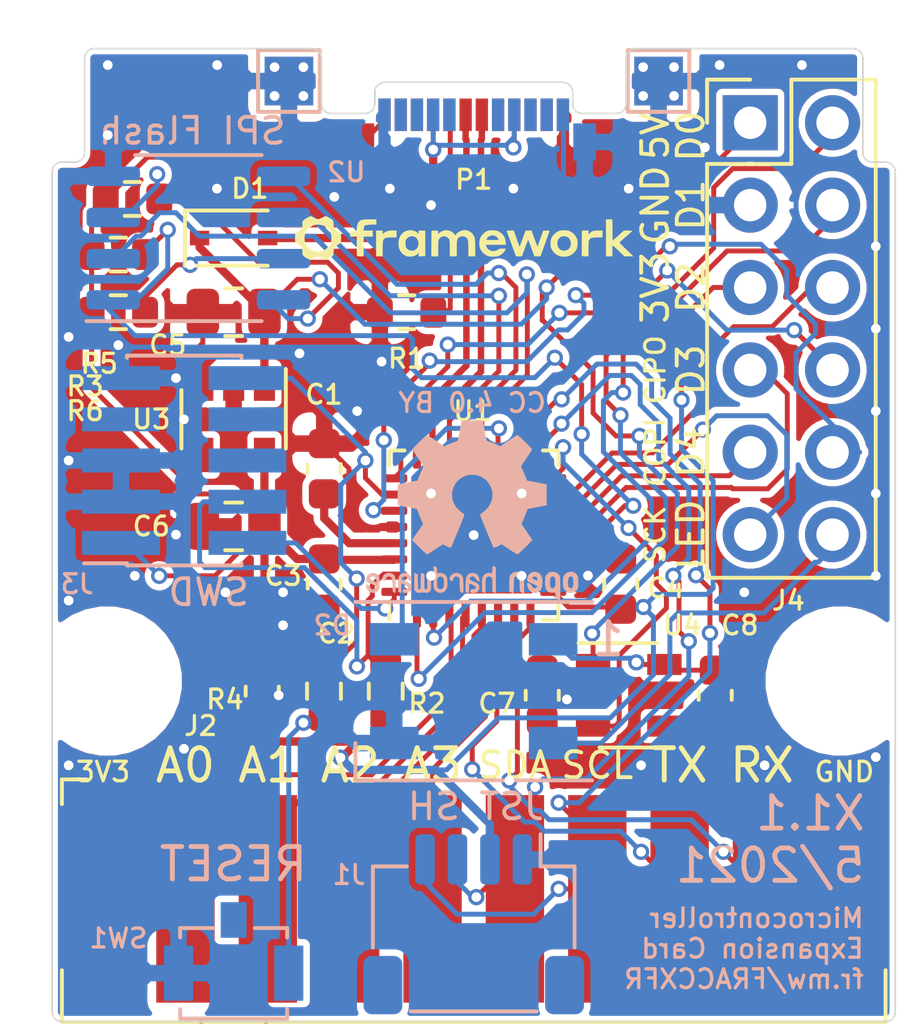
<source format=kicad_pcb>
(kicad_pcb (version 20171130) (host pcbnew "(5.1.8)-1")
  (title_block (title "Microcontroller Expansion Card") (date 2021-05-17) (rev X1.1) (company "Framework Computer Inc") (comment 1 "This work is licensed under a Creative Commons Attribution 4.0 International License") (comment 2 "Inspired by Adafruit QT Py and Seeed Studio Xiao") (comment 4 https://frame.work))
  (layers (0 F.Cu signal) (31 B.Cu signal hide) (34 B.Paste user hide) (35 F.Paste user) (36 B.SilkS user hide) (37 F.SilkS user) (38 B.Mask user hide) (39 F.Mask user) (44 Edge.Cuts user))
  (net 0 "")
  (net 1 GND)
  (net 2 "Net-(C1-Pad1)")
  (net 3 "Net-(C2-Pad1)")
  (net 4 +3V3)
  (net 5 VBUS)
  (net 6 "Net-(D1-Pad2)")
  (net 7 /LED_OUT)
  (net 8 /LED_IN)
  (net 9 /SCL)
  (net 10 /SDA)
  (net 11 /RX_A7)
  (net 12 /TX_A6)
  (net 13 /A3)
  (net 14 /A2)
  (net 15 /A1)
  (net 16 /A0)
  (net 17 /SWCLK)
  (net 18 /SWDIO)
  (net 19 /SCK)
  (net 20 /D4)
  (net 21 /COPI)
  (net 22 /D3)
  (net 23 /CIPO)
  (net 24 /D2)
  (net 25 /D1)
  (net 26 /D0)
  (net 27 /USB_DN)
  (net 28 /USB_DP)
  (net 29 "Net-(P1-PadA5)")
  (net 30 /FLASH_CS)
  (net 31 "Net-(R4-Pad1)")
  (net 32 "Net-(R5-Pad2)")
  (net 33 "Net-(R6-Pad2)")
  (net 34 /FLASH_CLK)
  (net 35 /FLASH_COPI)
  (net 36 /FLASH_CIPO)
  (net 37 /LED_EN)
  (net 38 /+3.6V)
  (module TestPoint:TestPoint_Pad_1.5x1.5mm (layer B.Cu) (at 145.7 128 180)
    (fp_text reference TP4 hide)
    (fp_text value TestPoint)
    (pad 1 smd rect (at 0 0 180) (size 1.5 1.5) (layers B.Cu B.Mask) (net 1 GND))
  )
  (module TestPoint:TestPoint_Pad_1.5x1.5mm (layer F.Cu) (at 145.7 128)
    (fp_text reference TP3 hide)
    (fp_text value TestPoint)
    (pad 1 smd rect (at 0 0) (size 1.5 1.5) (layers F.Cu F.Mask) (net 1 GND))
  )
  (module TestPoint:TestPoint_Pad_1.5x1.5mm (layer B.Cu) (at 134.3 128 180)
    (fp_text reference TP2 hide)
    (fp_text value TestPoint)
    (pad 1 smd rect (at 0 0 180) (size 1.5 1.5) (layers B.Cu B.Mask) (net 1 GND))
  )
  (module TestPoint:TestPoint_Pad_1.5x1.5mm (layer F.Cu) (at 134.3 128)
    (fp_text reference TP1 hide)
    (fp_text value TestPoint)
    (pad 1 smd rect (at 0 0) (size 1.5 1.5) (layers F.Cu F.Mask) (net 1 GND))
  )
  (module Microcontroller:USB_C_Plug_Molex_105444 (layer F.Cu) (at 140 129)
    (fp_text reference P1 (at 0 2.04) (layer F.SilkS) (effects (font (size 0.5842 0.5842) (thickness 0.1016))))
    (fp_text value USB_C_Plug_USB2.0)
    (fp_line (start -3.35 0) (end -4.3 0) (layer Edge.Cuts) (width 0.05))
    (fp_line (start -3.05 -0.66) (end -3.05 -0.3) (layer Edge.Cuts) (width 0.05))
    (fp_line (start -2.75 -0.96) (end 2.75 -0.96) (layer Edge.Cuts) (width 0.05))
    (fp_line (start 3.05 -0.66) (end 3.05 -0.3) (layer Edge.Cuts) (width 0.05))
    (fp_line (start 3.35 0) (end 4.3 0) (layer Edge.Cuts) (width 0.05))
    (fp_arc (start 2.75 -0.66) (end 2.75 -0.96) (angle 90) (layer Edge.Cuts) (width 0.05))
    (fp_arc (start -2.75 -0.66) (end -3.05 -0.66) (angle 90) (layer Edge.Cuts) (width 0.05))
    (fp_arc (start 3.35 -0.3) (end 3.35 0) (angle 90) (layer Edge.Cuts) (width 0.05))
    (fp_arc (start -3.35 -0.3) (end -3.05 -0.3) (angle 90) (layer Edge.Cuts) (width 0.05))
    (pad A1 smd rect (at -2.75 0.04) (size 0.38 1) (layers F.Cu F.Paste F.Mask) (net 1 GND))
    (pad A2 smd rect (at -2.25 0.04) (size 0.38 1) (layers F.Cu F.Paste F.Mask))
    (pad A3 smd rect (at -1.75 0.04) (size 0.38 1) (layers F.Cu F.Paste F.Mask))
    (pad A4 smd rect (at -1.25 0.04) (size 0.38 1) (layers F.Cu F.Paste F.Mask) (net 6 "Net-(D1-Pad2)"))
    (pad A5 smd rect (at -0.75 0.04) (size 0.38 1) (layers F.Cu F.Paste F.Mask) (net 29 "Net-(P1-PadA5)"))
    (pad A6 smd rect (at -0.25 0.04) (size 0.38 1) (layers F.Cu F.Paste F.Mask) (net 28 /USB_DP))
    (pad A7 smd rect (at 0.25 0.04) (size 0.38 1) (layers F.Cu F.Paste F.Mask) (net 27 /USB_DN))
    (pad A8 smd rect (at 0.75 0.04) (size 0.38 1) (layers F.Cu F.Paste F.Mask))
    (pad A9 smd rect (at 1.25 0.04) (size 0.38 1) (layers F.Cu F.Paste F.Mask) (net 6 "Net-(D1-Pad2)"))
    (pad A10 smd rect (at 1.75 0.04) (size 0.38 1) (layers F.Cu F.Paste F.Mask))
    (pad A11 smd rect (at 2.25 0.04) (size 0.38 1) (layers F.Cu F.Paste F.Mask))
    (pad A12 smd rect (at 2.75 0.04) (size 0.38 1) (layers F.Cu F.Paste F.Mask) (net 1 GND))
    (pad S1 smd rect (at -3.42 0.88) (size 0.7 1.15) (layers F.Cu F.Paste F.Mask) (net 1 GND))
    (pad S1 smd rect (at 3.42 0.88) (size 0.7 1.15) (layers B.Cu B.Paste B.Mask) (net 1 GND))
    (pad B1 smd rect (at 2.75 0.04) (size 0.38 1) (layers B.Cu B.Paste B.Mask) (net 1 GND))
    (pad B2 smd rect (at 2.25 0.04) (size 0.38 1) (layers B.Cu B.Paste B.Mask))
    (pad B3 smd rect (at 1.75 0.04) (size 0.38 1) (layers B.Cu B.Paste B.Mask))
    (pad B4 smd rect (at 1.25 0.04) (size 0.38 1) (layers B.Cu B.Paste B.Mask) (net 6 "Net-(D1-Pad2)"))
    (pad B5 smd rect (at 0.75 0.04) (size 0.38 1) (layers B.Cu B.Paste B.Mask))
    (pad B8 smd rect (at -0.75 0.04) (size 0.38 1) (layers B.Cu B.Paste B.Mask))
    (pad B9 smd rect (at -1.25 0.04) (size 0.38 1) (layers B.Cu B.Paste B.Mask) (net 6 "Net-(D1-Pad2)"))
    (pad B10 smd rect (at -1.75 0.04) (size 0.38 1) (layers B.Cu B.Paste B.Mask))
    (pad B11 smd rect (at -2.25 0.04) (size 0.38 1) (layers B.Cu B.Paste B.Mask))
    (pad B12 smd rect (at -2.75 0.04) (size 0.38 1) (layers B.Cu B.Paste B.Mask) (net 1 GND))
  )
  (module Package_TO_SOT_SMD:SOT-23-5 (layer F.Cu) (at 144.78 146.939)
    (fp_text reference U4 (at 1.651 -2.159) (layer F.SilkS) (effects (font (size 0.5842 0.5842) (thickness 0.1016))))
    (fp_text value TLV70036_SOT23-5)
    (pad 5 smd rect (at 1.1 -0.95) (size 1.06 0.65) (layers F.Cu F.Paste F.Mask) (net 38 /+3.6V))
    (pad 4 smd rect (at 1.1 0.95) (size 1.06 0.65) (layers F.Cu F.Paste F.Mask))
    (pad 3 smd rect (at -1.1 0.95) (size 1.06 0.65) (layers F.Cu F.Paste F.Mask) (net 37 /LED_EN))
    (pad 2 smd rect (at -1.1 0) (size 1.06 0.65) (layers F.Cu F.Paste F.Mask) (net 1 GND))
    (pad 1 smd rect (at -1.1 -0.95) (size 1.06 0.65) (layers F.Cu F.Paste F.Mask) (net 5 VBUS))
  )
  (module Capacitor_SMD:C_0603_1608Metric (layer F.Cu) (at 147.447 146.939 270)
    (fp_text reference C8 (at -2.159 -0.762 180) (layer F.SilkS) (effects (font (size 0.5842 0.5842) (thickness 0.1016))))
    (fp_text value 1uF)
    (pad 2 smd roundrect (at 0.775 0 270) (size 0.9 0.95) (layers F.Cu F.Paste F.Mask) (net 1 GND))
    (pad 1 smd roundrect (at -0.775 0 270) (size 0.9 0.95) (layers F.Cu F.Paste F.Mask) (net 38 /+3.6V))
  )
  (module Capacitor_SMD:C_0603_1608Metric (layer F.Cu) (at 142.113 146.939 270)
    (fp_text reference C7 (at 0.254 1.397 180) (layer F.SilkS) (effects (font (size 0.5842 0.5842) (thickness 0.1016))))
    (fp_text value 1uF)
    (pad 2 smd roundrect (at 0.775 0 270) (size 0.9 0.95) (layers F.Cu F.Paste F.Mask) (net 1 GND))
    (pad 1 smd roundrect (at -0.775 0 270) (size 0.9 0.95) (layers F.Cu F.Paste F.Mask) (net 5 VBUS))
  )
  (module Symbol:OSHW-Logo2_7.3x6mm_SilkScreen (layer B.Cu) (at 139.954 141.224 180)
    (fp_text reference REF** hide)
    (fp_text value OSHW-Logo2_7.3x6mm_SilkScreen hide)
  )
  (module Microcontroller:Framework-Logo_1.5mm_SilkScreen (layer F.Cu) (at 139.7 132.842)
    (fp_text reference G*** hide)
    (fp_text value LOGO hide)
  )
  (module MountingHole:MountingHole_2.2mm_M2 (layer F.Cu) (at 151.3 146.5)
    (fp_text reference H2 hide)
    (fp_text value MountingHole)
    (pad "" np_thru_hole circle (at 0 0) (size 2.2 2.2) (drill 2.2) (layers *.Cu *.Mask) (clearance 1.2))
  )
  (module MountingHole:MountingHole_2.2mm_M2 (layer F.Cu) (at 128.7 146.5)
    (fp_text reference H1 hide)
    (fp_text value MountingHole)
    (pad "" np_thru_hole circle (at 0 0) (size 2.2 2.2) (drill 2.2) (layers *.Cu *.Mask) (clearance 1.2))
  )
  (module Package_DFN_QFN:QFN-32-1EP_5x5mm_P0.5mm_EP3.6x3.6mm (layer F.Cu) (at 140 142 90)
    (fp_text reference U1 (at 3.824 -0.038 180) (layer F.SilkS) (effects (font (size 0.5842 0.5842) (thickness 0.1016))))
    (fp_text value ATSAMD21E18A-M)
    (pad 33 smd rect (at 0 0 90) (size 3.6 3.6) (layers F.Cu F.Mask) (net 1 GND))
    (pad 32 smd roundrect (at -1.75 -2.45 90) (size 0.25 0.8) (layers F.Cu F.Paste F.Mask) (net 18 /SWDIO))
    (pad 31 smd roundrect (at -1.25 -2.45 90) (size 0.25 0.8) (layers F.Cu F.Paste F.Mask) (net 17 /SWCLK))
    (pad 30 smd roundrect (at -0.75 -2.45 90) (size 0.25 0.8) (layers F.Cu F.Paste F.Mask) (net 4 +3V3))
    (pad 29 smd roundrect (at -0.25 -2.45 90) (size 0.25 0.8) (layers F.Cu F.Paste F.Mask) (net 2 "Net-(C1-Pad1)"))
    (pad 28 smd roundrect (at 0.25 -2.45 90) (size 0.25 0.8) (layers F.Cu F.Paste F.Mask) (net 1 GND))
    (pad 27 smd roundrect (at 0.75 -2.45 90) (size 0.25 0.8) (layers F.Cu F.Paste F.Mask) (net 20 /D4))
    (pad 26 smd roundrect (at 1.25 -2.45 90) (size 0.25 0.8) (layers F.Cu F.Paste F.Mask) (net 3 "Net-(C2-Pad1)"))
    (pad 25 smd roundrect (at 1.75 -2.45 90) (size 0.25 0.8) (layers F.Cu F.Paste F.Mask) (net 22 /D3))
    (pad 24 smd roundrect (at 2.45 -1.75 90) (size 0.8 0.25) (layers F.Cu F.Paste F.Mask) (net 28 /USB_DP))
    (pad 23 smd roundrect (at 2.45 -1.25 90) (size 0.8 0.25) (layers F.Cu F.Paste F.Mask) (net 27 /USB_DN))
    (pad 22 smd roundrect (at 2.45 -0.75 90) (size 0.8 0.25) (layers F.Cu F.Paste F.Mask) (net 34 /FLASH_CLK))
    (pad 21 smd roundrect (at 2.45 -0.25 90) (size 0.8 0.25) (layers F.Cu F.Paste F.Mask) (net 35 /FLASH_COPI))
    (pad 20 smd roundrect (at 2.45 0.25 90) (size 0.8 0.25) (layers F.Cu F.Paste F.Mask) (net 36 /FLASH_CIPO))
    (pad 19 smd roundrect (at 2.45 0.75 90) (size 0.8 0.25) (layers F.Cu F.Paste F.Mask) (net 8 /LED_IN))
    (pad 18 smd roundrect (at 2.45 1.25 90) (size 0.8 0.25) (layers F.Cu F.Paste F.Mask) (net 9 /SCL))
    (pad 17 smd roundrect (at 2.45 1.75 90) (size 0.8 0.25) (layers F.Cu F.Paste F.Mask) (net 10 /SDA))
    (pad 16 smd roundrect (at 1.75 2.45 90) (size 0.25 0.8) (layers F.Cu F.Paste F.Mask) (net 37 /LED_EN))
    (pad 15 smd roundrect (at 1.25 2.45 90) (size 0.25 0.8) (layers F.Cu F.Paste F.Mask) (net 24 /D2))
    (pad 14 smd roundrect (at 0.75 2.45 90) (size 0.25 0.8) (layers F.Cu F.Paste F.Mask) (net 19 /SCK))
    (pad 13 smd roundrect (at 0.25 2.45 90) (size 0.25 0.8) (layers F.Cu F.Paste F.Mask) (net 21 /COPI))
    (pad 12 smd roundrect (at -0.25 2.45 90) (size 0.25 0.8) (layers F.Cu F.Paste F.Mask) (net 23 /CIPO))
    (pad 11 smd roundrect (at -0.75 2.45 90) (size 0.25 0.8) (layers F.Cu F.Paste F.Mask) (net 30 /FLASH_CS))
    (pad 10 smd roundrect (at -1.25 2.45 90) (size 0.25 0.8) (layers F.Cu F.Paste F.Mask) (net 1 GND))
    (pad 9 smd roundrect (at -1.75 2.45 90) (size 0.25 0.8) (layers F.Cu F.Paste F.Mask) (net 4 +3V3))
    (pad 8 smd roundrect (at -2.45 1.75 90) (size 0.8 0.25) (layers F.Cu F.Paste F.Mask) (net 11 /RX_A7))
    (pad 7 smd roundrect (at -2.45 1.25 90) (size 0.8 0.25) (layers F.Cu F.Paste F.Mask) (net 12 /TX_A6))
    (pad 6 smd roundrect (at -2.45 0.75 90) (size 0.8 0.25) (layers F.Cu F.Paste F.Mask) (net 13 /A3))
    (pad 5 smd roundrect (at -2.45 0.25 90) (size 0.8 0.25) (layers F.Cu F.Paste F.Mask) (net 14 /A2))
    (pad 4 smd roundrect (at -2.45 -0.25 90) (size 0.8 0.25) (layers F.Cu F.Paste F.Mask) (net 15 /A1))
    (pad 3 smd roundrect (at -2.45 -0.75 90) (size 0.8 0.25) (layers F.Cu F.Paste F.Mask) (net 16 /A0))
    (pad 2 smd roundrect (at -2.45 -1.25 90) (size 0.8 0.25) (layers F.Cu F.Paste F.Mask) (net 25 /D1))
    (pad 1 smd roundrect (at -2.45 -1.75 90) (size 0.8 0.25) (layers F.Cu F.Paste F.Mask) (net 26 /D0))
  )
  (module Connector_PinHeader_2.54mm:PinHeader_2x06_P2.54mm_Vertical (layer F.Cu) (at 148.5265 129.286)
    (fp_text reference J4 (at 1.178 14.732) (layer F.SilkS) (effects (font (size 0.5842 0.5842) (thickness 0.1016))))
    (fp_text value Conn_02x06_Odd_Even)
    (pad 12 thru_hole oval (at 2.54 12.7) (size 1.7 1.7) (drill 1) (layers *.Cu *.Mask) (net 7 /LED_OUT))
    (pad 11 thru_hole oval (at 0 12.7) (size 1.7 1.7) (drill 1) (layers *.Cu *.Mask) (net 19 /SCK))
    (pad 10 thru_hole oval (at 2.54 10.16) (size 1.7 1.7) (drill 1) (layers *.Cu *.Mask) (net 20 /D4))
    (pad 9 thru_hole oval (at 0 10.16) (size 1.7 1.7) (drill 1) (layers *.Cu *.Mask) (net 21 /COPI))
    (pad 8 thru_hole oval (at 2.54 7.62) (size 1.7 1.7) (drill 1) (layers *.Cu *.Mask) (net 22 /D3))
    (pad 7 thru_hole oval (at 0 7.62) (size 1.7 1.7) (drill 1) (layers *.Cu *.Mask) (net 23 /CIPO))
    (pad 6 thru_hole oval (at 2.54 5.08) (size 1.7 1.7) (drill 1) (layers *.Cu *.Mask) (net 24 /D2))
    (pad 5 thru_hole oval (at 0 5.08) (size 1.7 1.7) (drill 1) (layers *.Cu *.Mask) (net 4 +3V3))
    (pad 4 thru_hole oval (at 2.54 2.54) (size 1.7 1.7) (drill 1) (layers *.Cu *.Mask) (net 25 /D1))
    (pad 3 thru_hole oval (at 0 2.54) (size 1.7 1.7) (drill 1) (layers *.Cu *.Mask) (net 1 GND))
    (pad 2 thru_hole oval (at 2.54 0) (size 1.7 1.7) (drill 1) (layers *.Cu *.Mask) (net 26 /D0))
    (pad 1 thru_hole rect (at 0 0) (size 1.7 1.7) (drill 1) (layers *.Cu *.Mask) (net 5 VBUS))
  )
  (module Package_TO_SOT_SMD:SOT-23-5 (layer F.Cu) (at 132.596 138.43 270)
    (fp_text reference U3 (at 0 2.54 180) (layer F.SilkS) (effects (font (size 0.5842 0.5842) (thickness 0.1016))))
    (fp_text value AP2112K-3.3)
    (pad 5 smd rect (at 1.1 -0.95 270) (size 1.06 0.65) (layers F.Cu F.Paste F.Mask) (net 4 +3V3))
    (pad 4 smd rect (at 1.1 0.95 270) (size 1.06 0.65) (layers F.Cu F.Paste F.Mask))
    (pad 3 smd rect (at -1.1 0.95 270) (size 1.06 0.65) (layers F.Cu F.Paste F.Mask) (net 5 VBUS))
    (pad 2 smd rect (at -1.1 0 270) (size 1.06 0.65) (layers F.Cu F.Paste F.Mask) (net 1 GND))
    (pad 1 smd rect (at -1.1 -0.95 270) (size 1.06 0.65) (layers F.Cu F.Paste F.Mask) (net 5 VBUS))
  )
  (module Package_SO:SOP-8_3.9x4.9mm_P1.27mm (layer B.Cu) (at 131.5085 132.842)
    (fp_text reference U2 (at 4.564 -2.032) (layer B.SilkS) (effects (font (size 0.5842 0.5842) (thickness 0.1016)) (justify mirror)))
    (fp_text value GD25Q16CT)
    (pad 8 smd roundrect (at 2.625 1.905) (size 1.65 0.6) (layers B.Cu B.Paste B.Mask) (net 4 +3V3))
    (pad 7 smd roundrect (at 2.625 0.635) (size 1.65 0.6) (layers B.Cu B.Paste B.Mask) (net 33 "Net-(R6-Pad2)"))
    (pad 6 smd roundrect (at 2.625 -0.635) (size 1.65 0.6) (layers B.Cu B.Paste B.Mask) (net 34 /FLASH_CLK))
    (pad 5 smd roundrect (at 2.625 -1.905) (size 1.65 0.6) (layers B.Cu B.Paste B.Mask) (net 35 /FLASH_COPI))
    (pad 4 smd roundrect (at -2.625 -1.905) (size 1.65 0.6) (layers B.Cu B.Paste B.Mask) (net 1 GND))
    (pad 3 smd roundrect (at -2.625 -0.635) (size 1.65 0.6) (layers B.Cu B.Paste B.Mask) (net 32 "Net-(R5-Pad2)"))
    (pad 2 smd roundrect (at -2.625 0.635) (size 1.65 0.6) (layers B.Cu B.Paste B.Mask) (net 36 /FLASH_CIPO))
    (pad 1 smd roundrect (at -2.625 1.905) (size 1.65 0.6) (layers B.Cu B.Paste B.Mask) (net 30 /FLASH_CS))
  )
  (module Button_Switch_SMD:SW_SPST_B3U-3100P (layer B.Cu) (at 132.596 154.686)
    (fp_text reference SW1 (at -3.556 -0.254) (layer B.SilkS) (effects (font (size 0.5842 0.5842) (thickness 0.1016)) (justify mirror)))
    (fp_text value RESET)
    (pad 3 smd rect (at 0 -0.82) (size 0.8 1.1) (layers B.Cu B.Paste B.Mask))
    (pad 2 smd rect (at 1.7 0.82) (size 0.9 1.7) (layers B.Cu B.Paste B.Mask) (net 31 "Net-(R4-Pad1)"))
    (pad 1 smd rect (at -1.7 0.82) (size 0.9 1.7) (layers B.Cu B.Paste B.Mask) (net 1 GND))
  )
  (module Resistor_SMD:R_0603_1608Metric (layer F.Cu) (at 129.04 135.128)
    (fp_text reference R6 (at -1.024 3.048 180) (layer F.SilkS) (effects (font (size 0.5842 0.5842) (thickness 0.1016))))
    (fp_text value 5.1k)
    (pad 2 smd roundrect (at 0.825 0) (size 0.8 0.95) (layers F.Cu F.Paste F.Mask) (net 33 "Net-(R6-Pad2)"))
    (pad 1 smd roundrect (at -0.825 0) (size 0.8 0.95) (layers F.Cu F.Paste F.Mask) (net 4 +3V3))
  )
  (module Resistor_SMD:R_0603_1608Metric (layer F.Cu) (at 129.4765 131.6355)
    (fp_text reference R5 (at -1.024 5.08 180) (layer F.SilkS) (effects (font (size 0.5842 0.5842) (thickness 0.1016))))
    (fp_text value 5.1k)
    (pad 1 smd roundrect (at -0.825 0) (size 0.8 0.95) (layers F.Cu F.Paste F.Mask) (net 4 +3V3))
    (pad 2 smd roundrect (at 0.825 0) (size 0.8 0.95) (layers F.Cu F.Paste F.Mask) (net 32 "Net-(R5-Pad2)"))
  )
  (module Resistor_SMD:R_0603_1608Metric (layer F.Cu) (at 135.382 146.812 90)
    (fp_text reference R4 (at -0.254 -3.056 180) (layer F.SilkS) (effects (font (size 0.5842 0.5842) (thickness 0.1016))))
    (fp_text value 5.1k)
    (pad 2 smd roundrect (at 0.825 0 90) (size 0.8 0.95) (layers F.Cu F.Paste F.Mask) (net 3 "Net-(C2-Pad1)"))
    (pad 1 smd roundrect (at -0.825 0 90) (size 0.8 0.95) (layers F.Cu F.Paste F.Mask) (net 31 "Net-(R4-Pad1)"))
  )
  (module Resistor_SMD:R_0603_1608Metric (layer F.Cu) (at 129.04 133.35)
    (fp_text reference R3 (at -1.024 4.064 180) (layer F.SilkS) (effects (font (size 0.5842 0.5842) (thickness 0.1016))))
    (fp_text value 5.1k)
    (pad 2 smd roundrect (at 0.825 0) (size 0.8 0.95) (layers F.Cu F.Paste F.Mask) (net 30 /FLASH_CS))
    (pad 1 smd roundrect (at -0.825 0) (size 0.8 0.95) (layers F.Cu F.Paste F.Mask) (net 4 +3V3))
  )
  (module Resistor_SMD:R_0603_1608Metric (layer F.Cu) (at 137.287 146.812 90)
    (fp_text reference R2 (at -0.381 1.27 180) (layer F.SilkS) (effects (font (size 0.5842 0.5842) (thickness 0.1016))))
    (fp_text value 1k)
    (pad 2 smd roundrect (at 0.825 0 90) (size 0.8 0.95) (layers F.Cu F.Paste F.Mask) (net 17 /SWCLK))
    (pad 1 smd roundrect (at -0.825 0 90) (size 0.8 0.95) (layers F.Cu F.Paste F.Mask) (net 4 +3V3))
  )
  (module Resistor_SMD:R_0603_1608Metric (layer F.Cu) (at 137.93 135.128 180)
    (fp_text reference R1 (at 0 -1.43) (layer F.SilkS) (effects (font (size 0.5842 0.5842) (thickness 0.1016))))
    (fp_text value 5.1k)
    (pad 2 smd roundrect (at 0.825 0 180) (size 0.8 0.95) (layers F.Cu F.Paste F.Mask) (net 1 GND))
    (pad 1 smd roundrect (at -0.825 0 180) (size 0.8 0.95) (layers F.Cu F.Paste F.Mask) (net 29 "Net-(P1-PadA5)"))
  )
  (module Connector_PinHeader_1.27mm:PinHeader_2x05_P1.27mm_Vertical_SMD (layer B.Cu) (at 131.072 139.7)
    (fp_text reference J3 (at -3.302 3.81) (layer B.SilkS) (effects (font (size 0.5842 0.5842) (thickness 0.1016)) (justify mirror)))
    (fp_text value Conn_ARM_JTAG_SWD_10)
    (pad 10 smd rect (at 1.95 -2.54) (size 2.4 0.74) (layers B.Cu B.Paste B.Mask) (net 3 "Net-(C2-Pad1)"))
    (pad 9 smd rect (at -1.95 -2.54) (size 2.4 0.74) (layers B.Cu B.Paste B.Mask) (net 1 GND))
    (pad 8 smd rect (at 1.95 -1.27) (size 2.4 0.74) (layers B.Cu B.Paste B.Mask))
    (pad 7 smd rect (at -1.95 -1.27) (size 2.4 0.74) (layers B.Cu B.Paste B.Mask))
    (pad 6 smd rect (at 1.95 0) (size 2.4 0.74) (layers B.Cu B.Paste B.Mask))
    (pad 5 smd rect (at -1.95 0) (size 2.4 0.74) (layers B.Cu B.Paste B.Mask) (net 1 GND))
    (pad 4 smd rect (at 1.95 1.27) (size 2.4 0.74) (layers B.Cu B.Paste B.Mask) (net 17 /SWCLK))
    (pad 3 smd rect (at -1.95 1.27) (size 2.4 0.74) (layers B.Cu B.Paste B.Mask) (net 1 GND))
    (pad 2 smd rect (at 1.95 2.54) (size 2.4 0.74) (layers B.Cu B.Paste B.Mask) (net 18 /SWDIO))
    (pad 1 smd rect (at -1.95 2.54) (size 2.4 0.74) (layers B.Cu B.Paste B.Mask) (net 4 +3V3))
  )
  (module Microcontroller:PinSocket_8FM-78-0010-02-146_1x10_P2.54mm_Horizontal_SMD (layer F.Cu) (at 140 153.216)
    (fp_text reference J2 (at -8.42 -5.334) (layer F.SilkS) (effects (font (size 0.5842 0.5842) (thickness 0.1016))))
    (fp_text value Conn_01x10)
    (pad 1 smd rect (at -11.43 0) (size 1.8 6.4) (layers F.Cu F.Paste F.Mask) (net 4 +3V3))
    (pad 2 smd rect (at -8.89 0) (size 1.8 6.4) (layers F.Cu F.Paste F.Mask) (net 16 /A0))
    (pad 3 smd rect (at -6.35 0) (size 1.8 6.4) (layers F.Cu F.Paste F.Mask) (net 15 /A1))
    (pad 4 smd rect (at -3.81 0) (size 1.8 6.4) (layers F.Cu F.Paste F.Mask) (net 14 /A2))
    (pad 5 smd rect (at -1.27 0) (size 1.8 6.4) (layers F.Cu F.Paste F.Mask) (net 13 /A3))
    (pad 6 smd rect (at 1.27 0) (size 1.8 6.4) (layers F.Cu F.Paste F.Mask) (net 10 /SDA))
    (pad 7 smd rect (at 3.81 0) (size 1.8 6.4) (layers F.Cu F.Paste F.Mask) (net 9 /SCL))
    (pad 8 smd rect (at 6.35 0) (size 1.8 6.4) (layers F.Cu F.Paste F.Mask) (net 12 /TX_A6))
    (pad 9 smd rect (at 8.89 0) (size 1.8 6.4) (layers F.Cu F.Paste F.Mask) (net 11 /RX_A7))
    (pad 10 smd rect (at 11.43 0) (size 1.8 6.4) (layers F.Cu F.Paste F.Mask) (net 1 GND))
  )
  (module Connector_JST:JST_SH_SM04B-SRSS-TB_1x04-1MP_P1.00mm_Horizontal (layer B.Cu) (at 140 154 180)
    (fp_text reference J1 (at 3.848 1.524) (layer B.SilkS) (effects (font (size 0.5842 0.5842) (thickness 0.1016)) (justify mirror)))
    (fp_text value "JST SH 1x4")
    (pad MP smd roundrect (at 2.8 -1.875 180) (size 1.2 1.8) (layers B.Cu B.Paste B.Mask) (roundrect_rratio 0.2083325))
    (pad MP smd roundrect (at -2.8 -1.875 180) (size 1.2 1.8) (layers B.Cu B.Paste B.Mask) (roundrect_rratio 0.2083325))
    (pad 4 smd roundrect (at 1.5 2 180) (size 0.6 1.55) (layers B.Cu B.Paste B.Mask) (net 9 /SCL))
    (pad 3 smd roundrect (at 0.5 2 180) (size 0.6 1.55) (layers B.Cu B.Paste B.Mask) (net 10 /SDA))
    (pad 2 smd roundrect (at -0.5 2 180) (size 0.6 1.55) (layers B.Cu B.Paste B.Mask) (net 4 +3V3))
    (pad 1 smd roundrect (at -1.5 2 180) (size 0.6 1.55) (layers B.Cu B.Paste B.Mask) (net 1 GND))
  )
  (module LED_SMD:LED_WS2812B_PLCC4_5.0x5.0mm_P3.2mm (layer B.Cu) (at 140 146.812 180)
    (fp_text reference D2 (at 4.364 2.032) (layer B.SilkS) (effects (font (size 0.5842 0.5842) (thickness 0.1016)) (justify mirror)))
    (fp_text value WS2812B)
    (fp_text user 1 (at -4.15 1.6) (layer B.SilkS) (effects (justify mirror)))
    (pad 1 smd rect (at -2.45 1.6 180) (size 1.5 1) (layers B.Cu B.Paste B.Mask) (net 38 /+3.6V))
    (pad 2 smd rect (at -2.45 -1.6 180) (size 1.5 1) (layers B.Cu B.Paste B.Mask) (net 7 /LED_OUT))
    (pad 4 smd rect (at 2.45 1.6 180) (size 1.5 1) (layers B.Cu B.Paste B.Mask) (net 8 /LED_IN))
    (pad 3 smd rect (at 2.45 -1.6 180) (size 1.5 1) (layers B.Cu B.Paste B.Mask) (net 1 GND))
  )
  (module Diode_SMD:D_SOD-323 (layer F.Cu) (at 132.596 132.842)
    (fp_text reference D1 (at 0.5 -1.524) (layer F.SilkS) (effects (font (size 0.5842 0.5842) (thickness 0.1016))))
    (fp_text value BAT20JFILM)
    (pad 2 smd rect (at 1.05 0) (size 0.6 0.45) (layers F.Cu F.Paste F.Mask) (net 6 "Net-(D1-Pad2)"))
    (pad 1 smd rect (at -1.05 0) (size 0.6 0.45) (layers F.Cu F.Paste F.Mask) (net 5 VBUS))
  )
  (module Capacitor_SMD:C_0805_2012Metric (layer F.Cu) (at 132.596 141.732 180)
    (fp_text reference C6 (at 2.54 0) (layer F.SilkS) (effects (font (size 0.5842 0.5842) (thickness 0.1016))))
    (fp_text value 10uF)
    (pad 2 smd roundrect (at 0.95 0 180) (size 1 1.45) (layers F.Cu F.Paste F.Mask) (net 1 GND))
    (pad 1 smd roundrect (at -0.95 0 180) (size 1 1.45) (layers F.Cu F.Paste F.Mask) (net 4 +3V3))
  )
  (module Capacitor_SMD:C_0603_1608Metric (layer F.Cu) (at 144.534 143.51 90)
    (fp_text reference C4 (at -0.127 1.389 180) (layer F.SilkS) (effects (font (size 0.5842 0.5842) (thickness 0.1016))))
    (fp_text value 100nF)
    (pad 2 smd roundrect (at 0.775 0 90) (size 0.9 0.95) (layers F.Cu F.Paste F.Mask) (net 1 GND))
    (pad 1 smd roundrect (at -0.775 0 90) (size 0.9 0.95) (layers F.Cu F.Paste F.Mask) (net 4 +3V3))
  )
  (module Capacitor_SMD:C_0805_2012Metric (layer F.Cu) (at 132.596 135.128 180)
    (fp_text reference C5 (at 2.032 -1.016) (layer F.SilkS) (effects (font (size 0.5842 0.5842) (thickness 0.1016))))
    (fp_text value 10uF)
    (pad 2 smd roundrect (at 0.95 0 180) (size 1 1.45) (layers F.Cu F.Paste F.Mask) (net 1 GND))
    (pad 1 smd roundrect (at -0.95 0 180) (size 1 1.45) (layers F.Cu F.Paste F.Mask) (net 5 VBUS))
  )
  (module Capacitor_SMD:C_0603_1608Metric (layer F.Cu) (at 135.39 143.51 270)
    (fp_text reference C3 (at -0.254 1.27 180) (layer F.SilkS) (effects (font (size 0.5842 0.5842) (thickness 0.1016))))
    (fp_text value 100nF)
    (pad 2 smd roundrect (at 0.775 0 270) (size 0.9 0.95) (layers F.Cu F.Paste F.Mask) (net 1 GND))
    (pad 1 smd roundrect (at -0.775 0 270) (size 0.9 0.95) (layers F.Cu F.Paste F.Mask) (net 4 +3V3))
  )
  (module Capacitor_SMD:C_0603_1608Metric (layer F.Cu) (at 133.477 146.812 270)
    (fp_text reference C2 (at -1.778 -2.286 180) (layer F.SilkS) (effects (font (size 0.5842 0.5842) (thickness 0.1016))))
    (fp_text value 100nF)
    (pad 2 smd roundrect (at 0.775 0 270) (size 0.9 0.95) (layers F.Cu F.Paste F.Mask) (net 1 GND))
    (pad 1 smd roundrect (at -0.775 0 270) (size 0.9 0.95) (layers F.Cu F.Paste F.Mask) (net 3 "Net-(C2-Pad1)"))
  )
  (module Capacitor_SMD:C_0603_1608Metric (layer F.Cu) (at 135.39 139.954 90)
    (fp_text reference C1 (at 2.286 -0.008 180) (layer F.SilkS) (effects (font (size 0.5842 0.5842) (thickness 0.1016))))
    (fp_text value 1uF)
    (pad 2 smd roundrect (at 0.775 0 90) (size 0.9 0.95) (layers F.Cu F.Paste F.Mask) (net 1 GND))
    (pad 1 smd roundrect (at -0.775 0 90) (size 0.9 0.95) (layers F.Cu F.Paste F.Mask) (net 2 "Net-(C1-Pad1)"))
  )
  (gr_line (start 127.3 157) (end 152.7 157) (layer Edge.Cuts) (width 0.05))
  (gr_line (start 144.7 128.7) (end 144.7 127.3) (layer Edge.Cuts) (width 0.05))
  (gr_arc (start 145 127.3) (end 145 127) (angle -90) (layer Edge.Cuts) (width 0.05))
  (gr_line (start 145 127) (end 151.7 127) (layer Edge.Cuts) (width 0.05))
  (gr_arc (start 144.4 128.7) (end 144.4 129) (angle -90) (layer Edge.Cuts) (width 0.05))
  (gr_line (start 144.3 129) (end 144.4 129) (layer Edge.Cuts) (width 0.05))
  (gr_line (start 153 130.8) (end 153 156.7) (layer Edge.Cuts) (width 0.05))
  (gr_arc (start 151.7 127.3) (end 152 127.3) (angle -90) (layer Edge.Cuts) (width 0.05))
  (gr_arc (start 152.7 156.7) (end 152.7 157) (angle -90) (layer Edge.Cuts) (width 0.05))
  (gr_line (start 152 130.2) (end 152 127.3) (layer Edge.Cuts) (width 0.05))
  (gr_arc (start 152.7 130.8) (end 152.7 130.5) (angle 90) (layer Edge.Cuts) (width 0.05))
  (gr_line (start 152.3 130.5) (end 152.7 130.5) (layer Edge.Cuts) (width 0.05))
  (gr_arc (start 152.3 130.2) (end 152.3 130.5) (angle 90) (layer Edge.Cuts) (width 0.05))
  (gr_arc (start 135.6 128.7) (end 135.3 128.7) (angle -90) (layer Edge.Cuts) (width 0.05))
  (gr_line (start 135 127) (end 128.3 127) (layer Edge.Cuts) (width 0.05))
  (gr_arc (start 128.3 127.3) (end 128.3 127) (angle -90) (layer Edge.Cuts) (width 0.05))
  (gr_arc (start 135 127.3) (end 135.3 127.3) (angle -90) (layer Edge.Cuts) (width 0.05))
  (gr_line (start 135.6 129) (end 135.7 129) (layer Edge.Cuts) (width 0.05))
  (gr_line (start 127 130.8) (end 127 156.7) (layer Edge.Cuts) (width 0.05))
  (gr_line (start 135.3 128.7) (end 135.3 127.3) (layer Edge.Cuts) (width 0.05))
  (gr_arc (start 127.3 156.7) (end 127 156.7) (angle -90) (layer Edge.Cuts) (width 0.05))
  (gr_arc (start 127.7 130.2) (end 128 130.2) (angle 90) (layer Edge.Cuts) (width 0.05))
  (gr_arc (start 127.3 130.8) (end 127 130.8) (angle 90) (layer Edge.Cuts) (width 0.05))
  (gr_line (start 128 130.2) (end 128 127.3) (layer Edge.Cuts) (width 0.05))
  (gr_line (start 127.3 130.5) (end 127.7 130.5) (layer Edge.Cuts) (width 0.05))
  (gr_text "CC 4.0 BY" (at 139.954 137.922) (layer B.SilkS) (effects (font (size 0.5842 0.5842) (thickness 0.1016)) (justify mirror)))
  (gr_text "X1.1\n5/2021" (at 152.146 151.384) (layer B.SilkS) (effects (font (size 1 1)) (justify left mirror)))
  (gr_text SWD (at 131.826 143.764) (layer B.SilkS) (effects (font (size 0.8 0.8) (thickness 0.12)) (justify mirror)))
  (gr_text "SPI Flash" (at 131.318 129.54) (layer B.SilkS) (effects (font (size 0.8 0.8) (thickness 0.12)) (justify mirror)))
  (gr_text "Microcontroller\nExpansion Card\nfr.mw/FRACCXFR" (at 152.0825 154.7495) (layer B.SilkS) (effects (font (size 0.5842 0.5842) (thickness 0.1016)) (justify left mirror)))
  (gr_text "JST SH" (at 142.24 150.368) (layer B.SilkS) (effects (font (size 0.8 0.8) (thickness 0.12)) (justify left mirror)))
  (gr_text RESET (at 132.588 152.146) (layer B.SilkS) (effects (font (size 1 1)) (justify mirror)))
  (gr_text LED (at 146.696 141.986 90) (layer F.SilkS) (effects (font (size 0.8 0.8) (thickness 0.12))))
  (gr_text SCK (at 145.6 141.986 90) (layer F.SilkS) (effects (font (size 0.6 0.6) (thickness 0.1016))))
  (gr_text D4 (at 146.696 139.446 90) (layer F.SilkS) (effects (font (size 0.8 0.8) (thickness 0.12))))
  (gr_text COPI (at 145.6 139.446 90) (layer F.SilkS) (effects (font (size 0.6 0.6) (thickness 0.1016))))
  (gr_text D3 (at 146.696 136.906 90) (layer F.SilkS) (effects (font (size 0.8 0.8) (thickness 0.12))))
  (gr_text CIPO (at 145.6 136.906 90) (layer F.SilkS) (effects (font (size 0.6 0.6) (thickness 0.1016))))
  (gr_text D2 (at 146.696 134.366 90) (layer F.SilkS) (effects (font (size 0.8 0.8) (thickness 0.12))))
  (gr_text 3V3 (at 145.6 134.366 90) (layer F.SilkS) (effects (font (size 0.8 0.8) (thickness 0.12))))
  (gr_text D1 (at 146.696 131.826 90) (layer F.SilkS) (effects (font (size 0.8 0.8) (thickness 0.12))))
  (gr_text GND (at 145.6 131.826 90) (layer F.SilkS) (effects (font (size 0.8 0.8) (thickness 0.12))))
  (gr_text D0 (at 146.696 129.7 90) (layer F.SilkS) (effects (font (size 0.8 0.8) (thickness 0.12))))
  (gr_text 5V (at 145.6 129.7 90) (layer F.SilkS) (effects (font (size 0.8 0.8) (thickness 0.12))))
  (gr_text GND (at 151.43 149.3) (layer F.SilkS) (effects (font (size 0.6 0.6) (thickness 0.1016))))
  (gr_text 3V3 (at 128.57 149.3) (layer F.SilkS) (effects (font (size 0.6 0.6) (thickness 0.1016))))
  (gr_text RX (at 148.89 149.1) (layer F.SilkS) (effects (font (size 1 1))))
  (gr_text TX (at 146.35 149.1) (layer F.SilkS) (effects (font (size 1 1))))
  (gr_text SCL (at 143.81 149.1) (layer F.SilkS) (effects (font (size 0.8 0.8) (thickness 0.12))))
  (gr_text SDA (at 141.27 149.1) (layer F.SilkS) (effects (font (size 0.8 0.8) (thickness 0.12))))
  (gr_text A3 (at 138.73 149.1) (layer F.SilkS) (effects (font (size 1 1))))
  (gr_text A2 (at 136.19 149.1) (layer F.SilkS) (effects (font (size 1 1))))
  (gr_text A1 (at 133.65 149.1) (layer F.SilkS) (effects (font (size 1 1))))
  (gr_text A0 (at 131.11 149.1) (layer F.SilkS) (effects (font (size 1 1))))
  (via (at 140 142) (size 0.5) (drill 0.3) (layers F.Cu B.Cu) (net 1))
  (via (at 141.478 143.256) (size 0.5) (drill 0.3) (layers F.Cu B.Cu) (net 1))
  (via (at 141.478 140.716) (size 0.5) (drill 0.3) (layers F.Cu B.Cu) (net 1))
  (via (at 138.684 140.716) (size 0.5) (drill 0.3) (layers F.Cu B.Cu) (net 1))
  (via (at 138.684 143.256) (size 0.5) (drill 0.3) (layers F.Cu B.Cu) (net 1))
  (via (at 146.177 128.4605) (size 0.5) (drill 0.3) (layers F.Cu B.Cu) (net 1))
  (via (at 145.2245 127.5715) (size 0.5) (drill 0.3) (layers F.Cu B.Cu) (net 1))
  (via (at 134.747 127.5715) (size 0.5) (drill 0.3) (layers F.Cu B.Cu) (net 1))
  (via (at 133.858 128.4605) (size 0.5) (drill 0.3) (layers F.Cu B.Cu) (net 1))
  (via (at 145.2245 128.4605) (size 0.5) (drill 0.3) (layers F.Cu B.Cu) (net 1))
  (via (at 133.858 127.5715) (size 0.5) (drill 0.3) (layers F.Cu B.Cu) (net 1))
  (via (at 146.177 127.5715) (size 0.5) (drill 0.3) (layers F.Cu B.Cu) (net 1))
  (via (at 134.747 128.4605) (size 0.5) (drill 0.3) (layers F.Cu B.Cu) (net 1))
  (via (at 134.628 136.398) (size 0.5) (drill 0.3) (layers F.Cu B.Cu) (net 1))
  (segment (start 131.059399 138.187001) (end 130.993999 138.121601) (width 0.254) (layer F.Cu) (net 1))
  (segment (start 132.596 138.114) (end 132.522999 138.187001) (width 0.254) (layer F.Cu) (net 1))
  (segment (start 132.596 137.33) (end 132.596 138.114) (width 0.254) (layer F.Cu) (net 1))
  (via (at 129.04 136.144) (size 0.5) (drill 0.3) (layers F.Cu B.Cu) (net 1))
  (via (at 134.12 144.78) (size 0.5) (drill 0.3) (layers F.Cu B.Cu) (net 1))
  (via (at 135.6995 131.572) (size 0.5) (drill 0.3) (layers F.Cu B.Cu) (net 1))
  (segment (start 142.767001 131.801601) (end 142.767001 131.04) (width 0.254) (layer B.Cu) (net 1))
  (segment (start 142.752301 131.816301) (end 142.767001 131.801601) (width 0.254) (layer B.Cu) (net 1))
  (segment (start 142.816 131.88) (end 142.752301 131.816301) (width 0.254) (layer B.Cu) (net 1))
  (segment (start 143.42 131.88) (end 142.816 131.88) (width 0.254) (layer B.Cu) (net 1))
  (via (at 144.78 131.318) (size 0.5) (drill 0.3) (layers F.Cu B.Cu) (net 1))
  (segment (start 143.299001 131.572) (end 142.767001 131.04) (width 0.254) (layer F.Cu) (net 1))
  (segment (start 144.534 131.572) (end 143.299001 131.572) (width 0.254) (layer F.Cu) (net 1))
  (via (at 148.344 143.764) (size 0.5) (drill 0.3) (layers F.Cu B.Cu) (net 1))
  (via (at 136.406 138.176) (size 0.5) (drill 0.3) (layers F.Cu B.Cu) (net 1))
  (via (at 137.16 136.652) (size 0.5) (drill 0.3) (layers F.Cu B.Cu) (net 1))
  (segment (start 132.596 138.114) (end 132.669001 138.187001) (width 0.254) (layer F.Cu) (net 1))
  (via (at 130.818 137.16) (size 0.5) (drill 0.3) (layers F.Cu B.Cu) (net 1))
  (segment (start 137.15 141.75) (end 137.05321 141.84679) (width 0.1524) (layer F.Cu) (net 1))
  (segment (start 137.55 141.75) (end 137.15 141.75) (width 0.1524) (layer F.Cu) (net 1))
  (segment (start 136.152 139.941) (end 135.39 139.179) (width 0.1524) (layer F.Cu) (net 1))
  (segment (start 136.744824 141.84679) (end 136.152 141.253966) (width 0.1524) (layer F.Cu) (net 1))
  (segment (start 136.152 141.253966) (end 136.152 139.941) (width 0.1524) (layer F.Cu) (net 1))
  (segment (start 137.05321 141.84679) (end 136.744824 141.84679) (width 0.1524) (layer F.Cu) (net 1))
  (via (at 134.12 143.764) (size 0.5) (drill 0.3) (layers F.Cu B.Cu) (net 1))
  (via (at 132.08 131.318) (size 0.5) (drill 0.3) (layers F.Cu B.Cu) (net 1))
  (via (at 132.088 127.508) (size 0.5) (drill 0.3) (layers F.Cu B.Cu) (net 1))
  (via (at 147.582 127.508) (size 0.5) (drill 0.3) (layers F.Cu B.Cu) (net 1))
  (via (at 150.122 127.508) (size 0.5) (drill 0.3) (layers F.Cu B.Cu) (net 1))
  (via (at 128.7145 129.667) (size 0.5) (drill 0.3) (layers F.Cu B.Cu) (net 1))
  (via (at 127.508 135.89) (size 0.5) (drill 0.3) (layers F.Cu B.Cu) (net 1))
  (via (at 127.508 139.7) (size 0.5) (drill 0.3) (layers F.Cu B.Cu) (net 1))
  (via (at 127.508 144.018) (size 0.5) (drill 0.3) (layers F.Cu B.Cu) (net 1))
  (via (at 127.508 149.098) (size 0.5) (drill 0.3) (layers F.Cu B.Cu) (net 1))
  (via (at 152.4 148.844) (size 0.5) (drill 0.3) (layers F.Cu B.Cu) (net 1))
  (via (at 148.971 149.098) (size 0.5) (drill 0.3) (layers F.Cu B.Cu) (net 1))
  (via (at 152.4 140.716) (size 0.5) (drill 0.3) (layers F.Cu B.Cu) (net 1))
  (via (at 131.064 148.59) (size 0.5) (drill 0.3) (layers F.Cu B.Cu) (net 1))
  (via (at 132.342 143.764) (size 0.5) (drill 0.3) (layers F.Cu B.Cu) (net 1))
  (via (at 129.548 143.256) (size 0.5) (drill 0.3) (layers F.Cu B.Cu) (net 1))
  (via (at 130.818 141.986) (size 0.5) (drill 0.3) (layers F.Cu B.Cu) (net 1))
  (segment (start 151.484 153.162) (end 151.43 153.216) (width 0.1524) (layer F.Cu) (net 1))
  (segment (start 129.298001 136.393999) (end 129.488569 136.203431) (width 0.1524) (layer B.Cu) (net 1))
  (segment (start 129.289999 136.393999) (end 129.298001 136.393999) (width 0.1524) (layer B.Cu) (net 1))
  (segment (start 129.04 136.144) (end 129.289999 136.393999) (width 0.1524) (layer B.Cu) (net 1))
  (segment (start 129.488569 136.203431) (end 130.564 136.203431) (width 0.1524) (layer B.Cu) (net 1))
  (segment (start 142.767001 129.057001) (end 142.75 129.04) (width 0.1524) (layer F.Cu) (net 1))
  (segment (start 142.767001 131.04) (end 142.767001 129.057001) (width 0.1524) (layer F.Cu) (net 1))
  (segment (start 137.232999 129.057001) (end 137.25 129.04) (width 0.1524) (layer F.Cu) (net 1))
  (segment (start 142.767001 129.057001) (end 142.75 129.04) (width 0.1524) (layer B.Cu) (net 1))
  (segment (start 142.767001 131.04) (end 142.767001 129.057001) (width 0.1524) (layer B.Cu) (net 1))
  (segment (start 137.168 131.228) (end 137.25 131.146) (width 0.1524) (layer B.Cu) (net 1))
  (via (at 147.1295 130.048) (size 0.5) (drill 0.3) (layers F.Cu B.Cu) (net 1))
  (segment (start 151.43 149.56) (end 151.43 153.216) (width 0.1524) (layer F.Cu) (net 1))
  (segment (start 151.892 149.098) (end 151.43 149.56) (width 0.1524) (layer F.Cu) (net 1))
  (segment (start 152.4 149.098) (end 151.892 149.098) (width 0.1524) (layer F.Cu) (net 1))
  (via (at 131.064 138.43) (size 0.5) (drill 0.3) (layers F.Cu B.Cu) (net 1))
  (segment (start 130.818 136.898) (end 130.818 137.16) (width 0.1524) (layer F.Cu) (net 1))
  (segment (start 131.646 136.07) (end 130.818 136.898) (width 0.1524) (layer F.Cu) (net 1))
  (segment (start 131.646 135.128) (end 131.646 136.07) (width 0.1524) (layer F.Cu) (net 1))
  (via (at 138.684 131.826) (size 0.5) (drill 0.3) (layers F.Cu B.Cu) (net 1))
  (segment (start 136.849932 131.88) (end 137.232999 131.496933) (width 0.254) (layer F.Cu) (net 1))
  (segment (start 137.232999 131.496933) (end 137.232999 131.04) (width 0.254) (layer F.Cu) (net 1))
  (segment (start 136.58 131.88) (end 136.849932 131.88) (width 0.254) (layer F.Cu) (net 1))
  (via (at 137.414 131.318) (size 0.5) (drill 0.3) (layers F.Cu B.Cu) (net 1))
  (segment (start 137.25 129.21) (end 136.58 129.88) (width 0.1524) (layer F.Cu) (net 1))
  (segment (start 137.25 129.04) (end 137.25 129.21) (width 0.1524) (layer F.Cu) (net 1))
  (via (at 141.224 131.318) (size 0.5) (drill 0.3) (layers F.Cu B.Cu) (net 1))
  (via (at 152.4 143.256) (size 0.5) (drill 0.3) (layers F.Cu B.Cu) (net 1))
  (via (at 152.4 138.176) (size 0.5) (drill 0.3) (layers F.Cu B.Cu) (net 1))
  (via (at 152.4 135.636) (size 0.5) (drill 0.3) (layers F.Cu B.Cu) (net 1))
  (via (at 152.4 133.096) (size 0.5) (drill 0.3) (layers F.Cu B.Cu) (net 1))
  (segment (start 133.047171 147.769833) (end 133.047171 147.884829) (width 0.254) (layer F.Cu) (net 1))
  (via (at 133.985004 146.939) (size 0.5) (drill 0.3) (layers F.Cu B.Cu) (net 1))
  (segment (start 133.477 147.447004) (end 133.985004 146.939) (width 0.254) (layer F.Cu) (net 1))
  (segment (start 133.477 147.587) (end 133.477 147.447004) (width 0.254) (layer F.Cu) (net 1))
  (segment (start 142.45 143.25) (end 143.524 143.25) (width 0.1524) (layer F.Cu) (net 1))
  (via (at 143.524 143.25) (size 0.5) (drill 0.3) (layers F.Cu B.Cu) (net 1))
  (segment (start 143.765 143.25) (end 144.534 142.481) (width 0.1524) (layer F.Cu) (net 1))
  (segment (start 143.524 143.25) (end 143.765 143.25) (width 0.1524) (layer F.Cu) (net 1))
  (via (at 145.161 149.098) (size 0.5) (drill 0.3) (layers F.Cu B.Cu) (net 1))
  (via (at 142.875 147.066) (size 0.5) (drill 0.3) (layers F.Cu B.Cu) (net 1))
  (segment (start 143.002 146.939) (end 142.875 147.066) (width 0.1524) (layer F.Cu) (net 1))
  (segment (start 143.68 146.939) (end 143.002 146.939) (width 0.1524) (layer F.Cu) (net 1))
  (segment (start 142.761 147.066) (end 142.113 147.714) (width 0.1524) (layer F.Cu) (net 1))
  (segment (start 142.875 147.066) (end 142.761 147.066) (width 0.1524) (layer F.Cu) (net 1))
  (via (at 128.7145 127.508) (size 0.5) (drill 0.3) (layers F.Cu B.Cu) (net 1))
  (segment (start 149.597461 130.412201) (end 149.940299 130.069363) (width 0.1524) (layer B.Cu) (net 1))
  (segment (start 147.493701 130.412201) (end 149.597461 130.412201) (width 0.1524) (layer B.Cu) (net 1))
  (segment (start 149.940299 130.069363) (end 149.940299 127.689701) (width 0.1524) (layer B.Cu) (net 1))
  (segment (start 147.1295 130.048) (end 147.493701 130.412201) (width 0.1524) (layer B.Cu) (net 1))
  (segment (start 149.940299 127.689701) (end 150.122 127.508) (width 0.1524) (layer B.Cu) (net 1))
  (segment (start 149.940299 132.366577) (end 149.940299 127.689701) (width 0.1524) (layer B.Cu) (net 1))
  (segment (start 150.669722 133.096) (end 149.940299 132.366577) (width 0.1524) (layer B.Cu) (net 1))
  (segment (start 152.4 133.096) (end 150.669722 133.096) (width 0.1524) (layer B.Cu) (net 1))
  (segment (start 135.39 140.729) (end 135.39 141.479338) (width 0.254) (layer F.Cu) (net 2))
  (segment (start 135.39 141.479338) (end 136.160662 142.25) (width 0.254) (layer F.Cu) (net 2))
  (segment (start 136.160662 142.25) (end 137.55 142.25) (width 0.254) (layer F.Cu) (net 2))
  (via (at 136.390087 143.340007) (size 0.5) (drill 0.3) (layers F.Cu B.Cu) (net 3))
  (segment (start 135.898 142.84792) (end 135.898 140.461982) (width 0.1524) (layer B.Cu) (net 3))
  (segment (start 135.898 140.461982) (end 136.659982 139.7) (width 0.1524) (layer B.Cu) (net 3))
  (via (at 136.659982 139.7) (size 0.5) (drill 0.3) (layers F.Cu B.Cu) (net 3))
  (segment (start 136.659982 139.445582) (end 136.659982 139.7) (width 0.1524) (layer B.Cu) (net 3))
  (segment (start 134.3744 137.16) (end 136.659982 139.445582) (width 0.1524) (layer B.Cu) (net 3))
  (segment (start 133.022 137.16) (end 134.3744 137.16) (width 0.1524) (layer B.Cu) (net 3))
  (segment (start 136.390087 143.340007) (end 135.898 142.84792) (width 0.1524) (layer B.Cu) (net 3))
  (segment (start 137.17099 140.75) (end 136.659982 140.238992) (width 0.1524) (layer F.Cu) (net 3))
  (segment (start 136.659982 140.238992) (end 136.659982 139.7) (width 0.1524) (layer F.Cu) (net 3))
  (segment (start 137.55 140.75) (end 137.17099 140.75) (width 0.1524) (layer F.Cu) (net 3))
  (segment (start 133.952 146.037) (end 133.477 146.037) (width 0.1524) (layer F.Cu) (net 3))
  (segment (start 135.63222 146.037) (end 133.952 146.037) (width 0.1524) (layer F.Cu) (net 3))
  (segment (start 136.390087 145.279133) (end 135.63222 146.037) (width 0.1524) (layer F.Cu) (net 3))
  (segment (start 136.390087 143.340007) (end 136.390087 145.279133) (width 0.1524) (layer F.Cu) (net 3))
  (segment (start 133.546 139.53) (end 133.546 141.732) (width 0.254) (layer F.Cu) (net 4))
  (segment (start 128.215 133.35) (end 128.215 135.128) (width 0.1524) (layer F.Cu) (net 4))
  (segment (start 136.94899 148.36401) (end 137.676 147.637) (width 0.254) (layer F.Cu) (net 4))
  (segment (start 133.546 141.732) (end 133.047171 142.230829) (width 0.254) (layer F.Cu) (net 4))
  (segment (start 137.536994 142.763006) (end 137.55 142.75) (width 0.254) (layer F.Cu) (net 4))
  (segment (start 135.39 142.735) (end 135.418006 142.763006) (width 0.254) (layer F.Cu) (net 4))
  (segment (start 135.418006 142.763006) (end 137.536994 142.763006) (width 0.254) (layer F.Cu) (net 4))
  (segment (start 134.549 142.735) (end 135.39 142.735) (width 0.254) (layer F.Cu) (net 4))
  (segment (start 133.546 141.732) (end 134.549 142.735) (width 0.254) (layer F.Cu) (net 4))
  (via (at 134.882 135.324821) (size 0.5) (drill 0.3) (layers F.Cu B.Cu) (net 4))
  (segment (start 134.274821 135.324821) (end 133.697 134.747) (width 0.1524) (layer B.Cu) (net 4))
  (segment (start 134.882 135.324821) (end 134.274821 135.324821) (width 0.1524) (layer B.Cu) (net 4))
  (segment (start 133.641348 148.36401) (end 136.43401 148.36401) (width 0.254) (layer F.Cu) (net 4))
  (segment (start 140.5 151.924) (end 140.5 150.906) (width 0.254) (layer B.Cu) (net 4))
  (segment (start 140.5 150.906) (end 138.833001 149.239001) (width 0.254) (layer B.Cu) (net 4))
  (segment (start 128.57 151.084) (end 128.57 153.088999) (width 0.254) (layer F.Cu) (net 4))
  (segment (start 129.54 150.097398) (end 129.54 150.114) (width 0.254) (layer F.Cu) (net 4))
  (segment (start 129.54 150.114) (end 128.57 151.084) (width 0.254) (layer F.Cu) (net 4))
  (segment (start 129.948399 149.688999) (end 129.54 150.097398) (width 0.254) (layer F.Cu) (net 4))
  (via (at 130.302 143.256) (size 0.5) (drill 0.3) (layers F.Cu B.Cu) (net 4))
  (segment (start 133.546 141.732) (end 132.022 143.256) (width 0.1524) (layer F.Cu) (net 4))
  (segment (start 132.022 143.256) (end 130.302 143.256) (width 0.1524) (layer F.Cu) (net 4))
  (segment (start 129.122 142.24) (end 129.286 142.24) (width 0.1524) (layer B.Cu) (net 4))
  (segment (start 129.286 142.24) (end 130.302 143.256) (width 0.1524) (layer B.Cu) (net 4))
  (segment (start 132.54479 140.73079) (end 133.546 141.732) (width 0.1524) (layer F.Cu) (net 4))
  (segment (start 131.494628 140.73079) (end 132.54479 140.73079) (width 0.1524) (layer F.Cu) (net 4))
  (segment (start 128.215 137.451162) (end 131.494628 140.73079) (width 0.1524) (layer F.Cu) (net 4))
  (segment (start 128.215 135.128) (end 128.215 137.451162) (width 0.1524) (layer F.Cu) (net 4))
  (segment (start 132.884285 148.36401) (end 136.55301 148.36401) (width 0.254) (layer F.Cu) (net 4))
  (segment (start 132.593161 148.072886) (end 132.884285 148.36401) (width 0.254) (layer F.Cu) (net 4))
  (segment (start 133.546 143.484038) (end 132.593161 144.436877) (width 0.254) (layer F.Cu) (net 4))
  (segment (start 133.546 141.732) (end 133.546 143.484038) (width 0.254) (layer F.Cu) (net 4))
  (segment (start 136.55301 148.36401) (end 136.94899 148.36401) (width 0.254) (layer F.Cu) (net 4))
  (segment (start 132.593161 144.436877) (end 132.593161 148.072886) (width 0.254) (layer F.Cu) (net 4))
  (segment (start 136.43401 148.36401) (end 136.55301 148.36401) (width 0.254) (layer F.Cu) (net 4))
  (segment (start 130.977048 149.688999) (end 132.593161 148.072886) (width 0.254) (layer F.Cu) (net 4))
  (segment (start 129.948399 149.688999) (end 130.977048 149.688999) (width 0.254) (layer F.Cu) (net 4))
  (via (at 145.233408 144.217418) (size 0.5) (drill 0.3) (layers F.Cu B.Cu) (net 4))
  (segment (start 142.917418 144.217418) (end 145.233408 144.217418) (width 0.1524) (layer F.Cu) (net 4))
  (segment (start 142.45 143.75) (end 142.917418 144.217418) (width 0.1524) (layer F.Cu) (net 4))
  (segment (start 144.534 144.285) (end 145.165826 144.285) (width 0.1524) (layer F.Cu) (net 4))
  (segment (start 145.165826 144.285) (end 145.233408 144.217418) (width 0.1524) (layer F.Cu) (net 4))
  (segment (start 145.542 144.52601) (end 145.233408 144.217418) (width 0.1524) (layer B.Cu) (net 4))
  (segment (start 145.542 146.304) (end 145.542 144.52601) (width 0.1524) (layer B.Cu) (net 4))
  (segment (start 144.210201 147.635799) (end 145.542 146.304) (width 0.1524) (layer B.Cu) (net 4))
  (segment (start 140.764423 147.635799) (end 144.210201 147.635799) (width 0.1524) (layer B.Cu) (net 4))
  (segment (start 139.161221 149.239001) (end 140.764423 147.635799) (width 0.1524) (layer B.Cu) (net 4))
  (segment (start 138.833001 149.239001) (end 139.161221 149.239001) (width 0.1524) (layer B.Cu) (net 4))
  (segment (start 136.43401 148.36401) (end 135.936842 148.861178) (width 0.254) (layer F.Cu) (net 4))
  (segment (start 136.267823 149.239001) (end 136.139999 149.111177) (width 0.254) (layer B.Cu) (net 4))
  (segment (start 136.139999 149.111177) (end 135.89 148.861178) (width 0.254) (layer B.Cu) (net 4))
  (segment (start 138.833001 149.239001) (end 136.267823 149.239001) (width 0.254) (layer B.Cu) (net 4))
  (segment (start 135.936842 148.861178) (end 135.89 148.861178) (width 0.254) (layer F.Cu) (net 4))
  (via (at 135.89 148.861178) (size 0.5) (drill 0.3) (layers F.Cu B.Cu) (net 4))
  (segment (start 128.215 133.35) (end 128.615 133.35) (width 0.1524) (layer F.Cu) (net 4))
  (via (at 146.408163 137.835663) (size 0.5) (drill 0.3) (layers F.Cu B.Cu) (net 4))
  (segment (start 146.408163 139.350047) (end 146.408163 137.835663) (width 0.1524) (layer B.Cu) (net 4))
  (segment (start 147.3835 140.325384) (end 146.408163 139.350047) (width 0.1524) (layer B.Cu) (net 4))
  (segment (start 147.3835 143.637) (end 147.3835 140.325384) (width 0.1524) (layer B.Cu) (net 4))
  (segment (start 147.193 143.8275) (end 147.3835 143.637) (width 0.1524) (layer B.Cu) (net 4))
  (segment (start 145.623326 143.8275) (end 147.193 143.8275) (width 0.1524) (layer B.Cu) (net 4))
  (segment (start 145.233408 144.217418) (end 145.623326 143.8275) (width 0.1524) (layer B.Cu) (net 4))
  (segment (start 146.408163 135.341337) (end 146.408163 137.835663) (width 0.1524) (layer F.Cu) (net 4))
  (segment (start 147.3835 134.366) (end 146.408163 135.341337) (width 0.1524) (layer F.Cu) (net 4))
  (segment (start 148.936 134.366) (end 147.3835 134.366) (width 0.1524) (layer F.Cu) (net 4))
  (segment (start 128.215 132.072) (end 128.6515 131.6355) (width 0.1524) (layer F.Cu) (net 4))
  (segment (start 128.215 133.35) (end 128.215 132.072) (width 0.1524) (layer F.Cu) (net 4))
  (segment (start 135.8265 134.380321) (end 134.882 135.324821) (width 0.1524) (layer F.Cu) (net 4))
  (segment (start 135.490794 133.585794) (end 135.8265 133.9215) (width 0.1524) (layer F.Cu) (net 4))
  (segment (start 135.8265 133.9215) (end 135.8265 134.380321) (width 0.1524) (layer F.Cu) (net 4))
  (segment (start 133.359418 133.585794) (end 135.490794 133.585794) (width 0.1524) (layer F.Cu) (net 4))
  (segment (start 130.937 131.163376) (end 133.359418 133.585794) (width 0.1524) (layer F.Cu) (net 4))
  (segment (start 130.937 130.79322) (end 130.937 131.163376) (width 0.1524) (layer F.Cu) (net 4))
  (segment (start 130.491077 130.347297) (end 130.937 130.79322) (width 0.1524) (layer F.Cu) (net 4))
  (segment (start 129.939703 130.347297) (end 130.491077 130.347297) (width 0.1524) (layer F.Cu) (net 4))
  (segment (start 128.6515 131.6355) (end 129.939703 130.347297) (width 0.1524) (layer F.Cu) (net 4))
  (segment (start 131.546 133.128) (end 133.546 135.128) (width 0.254) (layer F.Cu) (net 5))
  (segment (start 131.546 132.842) (end 131.546 133.128) (width 0.254) (layer F.Cu) (net 5))
  (segment (start 133.546 135.128) (end 133.546 137.33) (width 0.254) (layer F.Cu) (net 5))
  (via (at 142.248 134.366) (size 0.5) (drill 0.3) (layers F.Cu B.Cu) (net 5))
  (segment (start 131.646 136.832) (end 131.646 137.33) (width 0.254) (layer F.Cu) (net 5))
  (segment (start 132.08 136.398) (end 131.646 136.832) (width 0.254) (layer F.Cu) (net 5))
  (segment (start 133.546 136.398) (end 132.08 136.398) (width 0.254) (layer F.Cu) (net 5))
  (segment (start 133.546 135.128) (end 133.546 136.398) (width 0.254) (layer F.Cu) (net 5))
  (segment (start 143.196791 146.164) (end 143.371791 145.989) (width 0.1524) (layer F.Cu) (net 5))
  (segment (start 142.113 146.164) (end 143.196791 146.164) (width 0.1524) (layer F.Cu) (net 5))
  (via (at 143.650002 145.034) (size 0.5) (drill 0.3) (layers F.Cu B.Cu) (net 5))
  (segment (start 143.68 145.063998) (end 143.650002 145.034) (width 0.1524) (layer F.Cu) (net 5))
  (segment (start 143.68 145.989) (end 143.68 145.063998) (width 0.1524) (layer F.Cu) (net 5))
  (via (at 145.110456 138.942264) (size 0.5) (drill 0.3) (layers F.Cu B.Cu) (net 5))
  (segment (start 142.113 134.501) (end 142.248 134.366) (width 0.1524) (layer F.Cu) (net 5))
  (segment (start 142.113 135.382) (end 142.113 134.501) (width 0.1524) (layer F.Cu) (net 5))
  (segment (start 142.129778 135.382) (end 142.113 135.382) (width 0.1524) (layer F.Cu) (net 5))
  (segment (start 143.680283 136.932505) (end 142.129778 135.382) (width 0.1524) (layer F.Cu) (net 5))
  (segment (start 143.680283 138.236061) (end 143.680283 136.932505) (width 0.1524) (layer F.Cu) (net 5))
  (segment (start 144.386486 138.942264) (end 143.680283 138.236061) (width 0.1524) (layer F.Cu) (net 5))
  (segment (start 145.110456 138.942264) (end 144.386486 138.942264) (width 0.1524) (layer F.Cu) (net 5))
  (via (at 135.255 134.112004) (size 0.5) (drill 0.3) (layers F.Cu B.Cu) (net 5))
  (segment (start 134.561996 134.112004) (end 135.255 134.112004) (width 0.1524) (layer F.Cu) (net 5))
  (segment (start 133.546 135.128) (end 134.561996 134.112004) (width 0.1524) (layer F.Cu) (net 5))
  (segment (start 142.248 134.366) (end 142.248 134.719553) (width 0.1524) (layer B.Cu) (net 5))
  (segment (start 142.248 134.719553) (end 141.468942 135.498611) (width 0.1524) (layer B.Cu) (net 5))
  (segment (start 141.468942 135.498611) (end 136.641607 135.498611) (width 0.1524) (layer B.Cu) (net 5))
  (segment (start 136.641607 135.498611) (end 135.255 134.112004) (width 0.1524) (layer B.Cu) (net 5))
  (segment (start 143.650002 144.983462) (end 146.279468 142.353996) (width 0.1524) (layer B.Cu) (net 5))
  (segment (start 143.650002 145.034) (end 143.650002 144.983462) (width 0.1524) (layer B.Cu) (net 5))
  (segment (start 146.279468 140.716504) (end 145.110456 139.547492) (width 0.1524) (layer B.Cu) (net 5))
  (segment (start 146.279468 142.353996) (end 146.279468 140.716504) (width 0.1524) (layer B.Cu) (net 5))
  (segment (start 145.110456 139.547492) (end 145.110456 138.942264) (width 0.1524) (layer B.Cu) (net 5))
  (segment (start 148.717 129.286) (end 148.936 129.286) (width 0.1524) (layer F.Cu) (net 5))
  (segment (start 144.018 133.985) (end 148.717 129.286) (width 0.1524) (layer F.Cu) (net 5))
  (segment (start 142.629 133.985) (end 144.018 133.985) (width 0.1524) (layer F.Cu) (net 5))
  (segment (start 142.248 134.366) (end 142.629 133.985) (width 0.1524) (layer F.Cu) (net 5))
  (segment (start 138.75 129.736) (end 138.75 129.04) (width 0.1524) (layer B.Cu) (net 6))
  (segment (start 141.25 129.727162) (end 140.995162 129.982) (width 0.1524) (layer B.Cu) (net 6))
  (segment (start 141.25 129.04) (end 141.25 129.727162) (width 0.1524) (layer B.Cu) (net 6))
  (segment (start 138.75 129.982) (end 138.75 129.736) (width 0.1524) (layer B.Cu) (net 6))
  (via (at 141.224 130.048) (size 0.5) (drill 0.3) (layers F.Cu B.Cu) (net 6))
  (segment (start 141.25 130.022) (end 141.224 130.048) (width 0.1524) (layer F.Cu) (net 6))
  (segment (start 141.25 129.04) (end 141.25 130.022) (width 0.1524) (layer F.Cu) (net 6))
  (segment (start 141.158 129.982) (end 140.904 129.982) (width 0.1524) (layer B.Cu) (net 6))
  (segment (start 141.224 130.048) (end 141.158 129.982) (width 0.1524) (layer B.Cu) (net 6))
  (segment (start 140.904 129.982) (end 138.75 129.982) (width 0.1524) (layer B.Cu) (net 6))
  (segment (start 140.995162 129.982) (end 140.904 129.982) (width 0.1524) (layer B.Cu) (net 6))
  (segment (start 138.75 130.843563) (end 138.75 130.113968) (width 0.254) (layer F.Cu) (net 6))
  (segment (start 133.646 132.842) (end 136.751563 132.842) (width 0.254) (layer F.Cu) (net 6))
  (via (at 138.75 130.113968) (size 0.5) (drill 0.3) (layers F.Cu B.Cu) (net 6))
  (segment (start 138.75 129.04) (end 138.75 130.113968) (width 0.1524) (layer F.Cu) (net 6))
  (segment (start 136.751563 132.842) (end 138.75 130.843563) (width 0.254) (layer F.Cu) (net 6))
  (segment (start 150.516501 142.835999) (end 150.626001 142.835999) (width 0.1524) (layer B.Cu) (net 7))
  (segment (start 150.626001 142.835999) (end 151.476 141.986) (width 0.1524) (layer B.Cu) (net 7))
  (segment (start 146.304 144.399) (end 148.9535 144.399) (width 0.1524) (layer B.Cu) (net 7))
  (segment (start 146.05 144.653) (end 146.304 144.399) (width 0.1524) (layer B.Cu) (net 7))
  (segment (start 146.05 146.294384) (end 146.05 144.653) (width 0.1524) (layer B.Cu) (net 7))
  (segment (start 148.9535 144.399) (end 150.516501 142.835999) (width 0.1524) (layer B.Cu) (net 7))
  (segment (start 143.932384 148.412) (end 146.05 146.294384) (width 0.1524) (layer B.Cu) (net 7))
  (segment (start 142.45 148.412) (end 143.932384 148.412) (width 0.1524) (layer B.Cu) (net 7))
  (via (at 140.7762 138.709582) (size 0.5) (drill 0.3) (layers F.Cu B.Cu) (net 8))
  (segment (start 140.75 138.735782) (end 140.7762 138.709582) (width 0.1524) (layer F.Cu) (net 8))
  (segment (start 140.75 139.55) (end 140.75 138.735782) (width 0.1524) (layer F.Cu) (net 8))
  (segment (start 139.166418 138.709582) (end 140.7762 138.709582) (width 0.1524) (layer B.Cu) (net 8))
  (segment (start 137.795 140.081) (end 139.166418 138.709582) (width 0.1524) (layer B.Cu) (net 8))
  (segment (start 137.795 144.967) (end 137.795 140.081) (width 0.1524) (layer B.Cu) (net 8))
  (segment (start 137.55 145.212) (end 137.795 144.967) (width 0.1524) (layer B.Cu) (net 8))
  (via (at 142.620002 152.908) (size 0.5) (drill 0.3) (layers F.Cu B.Cu) (net 9))
  (segment (start 141.839801 153.688201) (end 142.620002 152.908) (width 0.1524) (layer B.Cu) (net 9))
  (segment (start 139.489201 153.688201) (end 141.839801 153.688201) (width 0.1524) (layer B.Cu) (net 9))
  (segment (start 138.5 152.699) (end 139.489201 153.688201) (width 0.1524) (layer B.Cu) (net 9))
  (segment (start 138.5 151.924) (end 138.5 152.699) (width 0.1524) (layer B.Cu) (net 9))
  (segment (start 143.502 152.908) (end 143.81 153.216) (width 0.1524) (layer F.Cu) (net 9))
  (segment (start 142.620002 152.908) (end 143.502 152.908) (width 0.1524) (layer F.Cu) (net 9))
  (segment (start 142.58557 137.81443) (end 142.712311 137.81443) (width 0.1524) (layer F.Cu) (net 9))
  (segment (start 141.25 139.55) (end 141.25 139.15) (width 0.1524) (layer F.Cu) (net 9))
  (via (at 142.712311 137.81443) (size 0.5) (drill 0.3) (layers F.Cu B.Cu) (net 9))
  (segment (start 141.25 139.15) (end 142.58557 137.81443) (width 0.1524) (layer F.Cu) (net 9))
  (segment (start 143.81 153.216) (end 143.81 151.158838) (width 0.1524) (layer F.Cu) (net 9))
  (via (at 147.284818 145.020036) (size 0.5) (drill 0.3) (layers F.Cu B.Cu) (net 9))
  (segment (start 147.284818 146.212182) (end 143.245621 150.251379) (width 0.1524) (layer B.Cu) (net 9))
  (via (at 142.620012 150.251379) (size 0.5) (drill 0.3) (layers F.Cu B.Cu) (net 9))
  (segment (start 147.284818 145.020036) (end 147.284818 146.212182) (width 0.1524) (layer B.Cu) (net 9))
  (segment (start 143.81 151.441367) (end 142.620012 150.251379) (width 0.1524) (layer F.Cu) (net 9))
  (segment (start 143.81 153.216) (end 143.81 151.441367) (width 0.1524) (layer F.Cu) (net 9))
  (segment (start 143.245621 150.251379) (end 142.620012 150.251379) (width 0.1524) (layer B.Cu) (net 9))
  (via (at 146.85729 143.237394) (size 0.5) (drill 0.3) (layers F.Cu B.Cu) (net 9))
  (segment (start 147.284818 145.020036) (end 147.284818 143.664922) (width 0.1524) (layer F.Cu) (net 9))
  (segment (start 147.284818 143.664922) (end 146.85729 143.237394) (width 0.1524) (layer F.Cu) (net 9))
  (segment (start 145.486323 137.205984) (end 145.486323 137.824293) (width 0.1524) (layer B.Cu) (net 9))
  (segment (start 143.800818 136.725923) (end 145.006262 136.725923) (width 0.1524) (layer B.Cu) (net 9))
  (segment (start 146.055752 139.49602) (end 146.98429 140.424558) (width 0.1524) (layer B.Cu) (net 9))
  (segment (start 146.055752 138.393723) (end 146.055752 139.49602) (width 0.1524) (layer B.Cu) (net 9))
  (segment (start 146.98429 143.110394) (end 146.85729 143.237394) (width 0.1524) (layer B.Cu) (net 9))
  (segment (start 145.486323 137.824293) (end 146.055752 138.393723) (width 0.1524) (layer B.Cu) (net 9))
  (segment (start 145.006262 136.725923) (end 145.486323 137.205984) (width 0.1524) (layer B.Cu) (net 9))
  (segment (start 146.98429 140.424558) (end 146.98429 143.110394) (width 0.1524) (layer B.Cu) (net 9))
  (segment (start 142.712311 137.81443) (end 143.800818 136.725923) (width 0.1524) (layer B.Cu) (net 9))
  (via (at 140.080002 153.162) (size 0.5) (drill 0.3) (layers F.Cu B.Cu) (net 10))
  (segment (start 139.963 153.162) (end 140.080002 153.162) (width 0.1524) (layer B.Cu) (net 10))
  (segment (start 139.5 152.699) (end 139.963 153.162) (width 0.1524) (layer B.Cu) (net 10))
  (segment (start 139.5 151.924) (end 139.5 152.699) (width 0.1524) (layer B.Cu) (net 10))
  (via (at 142.706413 138.564502) (size 0.5) (drill 0.3) (layers F.Cu B.Cu) (net 10))
  (segment (start 142.706413 138.593587) (end 141.75 139.55) (width 0.1524) (layer F.Cu) (net 10))
  (segment (start 142.706413 138.564502) (end 142.706413 138.593587) (width 0.1524) (layer F.Cu) (net 10))
  (via (at 146.631924 145.272515) (size 0.5) (drill 0.3) (layers F.Cu B.Cu) (net 10))
  (segment (start 141.893648 151.348354) (end 141.893648 149.767646) (width 0.1524) (layer F.Cu) (net 10))
  (segment (start 140.080002 153.162) (end 141.893648 151.348354) (width 0.1524) (layer F.Cu) (net 10))
  (via (at 141.893648 149.767646) (size 0.5) (drill 0.3) (layers F.Cu B.Cu) (net 10))
  (segment (start 146.631924 145.272515) (end 146.631924 146.357076) (width 0.1524) (layer B.Cu) (net 10))
  (segment (start 142.143647 149.517647) (end 141.893648 149.767646) (width 0.1524) (layer B.Cu) (net 10))
  (segment (start 146.631924 146.357076) (end 143.471353 149.517647) (width 0.1524) (layer B.Cu) (net 10))
  (segment (start 143.471353 149.517647) (end 142.143647 149.517647) (width 0.1524) (layer B.Cu) (net 10))
  (segment (start 145.133912 137.977835) (end 145.703341 138.547264) (width 0.1524) (layer B.Cu) (net 10))
  (segment (start 146.331089 143.428345) (end 146.157494 143.25475) (width 0.1524) (layer F.Cu) (net 10))
  (segment (start 146.631879 142.711588) (end 146.157494 143.185973) (width 0.1524) (layer B.Cu) (net 10))
  (segment (start 146.331089 144.97168) (end 146.331089 143.428345) (width 0.1524) (layer F.Cu) (net 10))
  (segment (start 145.703341 139.641993) (end 146.631879 140.570531) (width 0.1524) (layer B.Cu) (net 10))
  (segment (start 146.157494 143.185973) (end 146.157494 143.25475) (width 0.1524) (layer B.Cu) (net 10))
  (segment (start 145.703341 138.547264) (end 145.703341 139.641993) (width 0.1524) (layer B.Cu) (net 10))
  (segment (start 142.706413 138.564502) (end 144.192581 137.078334) (width 0.1524) (layer B.Cu) (net 10))
  (segment (start 146.631879 140.570531) (end 146.631879 142.711588) (width 0.1524) (layer B.Cu) (net 10))
  (via (at 146.157494 143.25475) (size 0.5) (drill 0.3) (layers F.Cu B.Cu) (net 10))
  (segment (start 145.133912 137.351957) (end 145.133912 137.977835) (width 0.1524) (layer B.Cu) (net 10))
  (segment (start 144.192581 137.078334) (end 144.860289 137.078334) (width 0.1524) (layer B.Cu) (net 10))
  (segment (start 146.631924 145.272515) (end 146.331089 144.97168) (width 0.1524) (layer F.Cu) (net 10))
  (segment (start 144.860289 137.078334) (end 145.133912 137.351957) (width 0.1524) (layer B.Cu) (net 10))
  (via (at 147.700002 151.765) (size 0.5) (drill 0.3) (layers F.Cu B.Cu) (net 11))
  (segment (start 148.89 152.954998) (end 148.89 153.216) (width 0.1524) (layer F.Cu) (net 11))
  (segment (start 147.700002 151.765) (end 148.89 152.954998) (width 0.1524) (layer F.Cu) (net 11))
  (segment (start 141.451183 145.12621) (end 141.346999 145.230394) (width 0.1524) (layer F.Cu) (net 11))
  (segment (start 141.75 144.85) (end 141.47379 145.12621) (width 0.1524) (layer F.Cu) (net 11))
  (segment (start 141.346999 149.315937) (end 141.097 149.565936) (width 0.1524) (layer F.Cu) (net 11))
  (segment (start 141.47379 145.12621) (end 141.451183 145.12621) (width 0.1524) (layer F.Cu) (net 11))
  (segment (start 141.75 144.45) (end 141.75 144.85) (width 0.1524) (layer F.Cu) (net 11))
  (via (at 141.097 149.565936) (size 0.5) (drill 0.3) (layers F.Cu B.Cu) (net 11))
  (segment (start 141.346999 145.230394) (end 141.346999 149.315937) (width 0.1524) (layer F.Cu) (net 11))
  (segment (start 141.097 149.733) (end 141.097 149.565936) (width 0.1524) (layer B.Cu) (net 11))
  (segment (start 142.042374 150.495) (end 141.859 150.495) (width 0.1524) (layer B.Cu) (net 11))
  (segment (start 142.324963 150.777589) (end 142.042374 150.495) (width 0.1524) (layer B.Cu) (net 11))
  (segment (start 146.712591 150.777589) (end 142.324963 150.777589) (width 0.1524) (layer B.Cu) (net 11))
  (segment (start 141.859 150.495) (end 141.097 149.733) (width 0.1524) (layer B.Cu) (net 11))
  (segment (start 147.700002 151.765) (end 146.712591 150.777589) (width 0.1524) (layer B.Cu) (net 11))
  (via (at 139.954 149.225) (size 0.5) (drill 0.3) (layers F.Cu B.Cu) (net 12))
  (via (at 145.161 151.765) (size 0.5) (drill 0.3) (layers F.Cu B.Cu) (net 12))
  (segment (start 146.35 153.216) (end 146.35 152.954) (width 0.1524) (layer F.Cu) (net 12))
  (segment (start 146.35 152.954) (end 145.161 151.765) (width 0.1524) (layer F.Cu) (net 12))
  (segment (start 139.954 148.500998) (end 139.954 149.225) (width 0.1524) (layer F.Cu) (net 12))
  (segment (start 140.712053 145.384715) (end 140.712053 147.742945) (width 0.1524) (layer F.Cu) (net 12))
  (segment (start 140.712053 147.742945) (end 139.954 148.500998) (width 0.1524) (layer F.Cu) (net 12))
  (segment (start 141.25 144.82901) (end 140.954822 145.124188) (width 0.1524) (layer F.Cu) (net 12))
  (segment (start 141.25 144.45) (end 141.25 144.82901) (width 0.1524) (layer F.Cu) (net 12))
  (segment (start 140.954822 145.141946) (end 140.712053 145.384715) (width 0.1524) (layer F.Cu) (net 12))
  (segment (start 140.954822 145.124188) (end 140.954822 145.141946) (width 0.1524) (layer F.Cu) (net 12))
  (segment (start 144.526 151.13) (end 145.161 151.765) (width 0.1524) (layer B.Cu) (net 12))
  (segment (start 142.17899 151.13) (end 144.526 151.13) (width 0.1524) (layer B.Cu) (net 12))
  (segment (start 141.896401 150.847411) (end 142.17899 151.13) (width 0.1524) (layer B.Cu) (net 12))
  (segment (start 139.954 149.225) (end 141.576411 150.847411) (width 0.1524) (layer B.Cu) (net 12))
  (segment (start 141.576411 150.847411) (end 141.896401 150.847411) (width 0.1524) (layer B.Cu) (net 12))
  (segment (start 140.75 144.82901) (end 140.75 144.45) (width 0.1524) (layer F.Cu) (net 13))
  (segment (start 140.359643 147.596971) (end 140.359643 145.238741) (width 0.1524) (layer F.Cu) (net 13))
  (segment (start 138.73 153.416) (end 138.73 149.226614) (width 0.1524) (layer F.Cu) (net 13))
  (segment (start 140.602411 144.976599) (end 140.75 144.82901) (width 0.1524) (layer F.Cu) (net 13))
  (segment (start 140.359643 145.238741) (end 140.602411 144.995973) (width 0.1524) (layer F.Cu) (net 13))
  (segment (start 140.602411 144.995973) (end 140.602411 144.976599) (width 0.1524) (layer F.Cu) (net 13))
  (segment (start 138.73 149.226614) (end 140.359643 147.596971) (width 0.1524) (layer F.Cu) (net 13))
  (segment (start 136.19 153.416) (end 136.19 151.268229) (width 0.1524) (layer F.Cu) (net 14))
  (segment (start 140.25 144.85) (end 140.007233 145.092767) (width 0.1524) (layer F.Cu) (net 14))
  (segment (start 140.25 144.45) (end 140.25 144.85) (width 0.1524) (layer F.Cu) (net 14))
  (segment (start 140.007233 147.341605) (end 136.19 151.158838) (width 0.1524) (layer F.Cu) (net 14))
  (segment (start 136.19 151.158838) (end 136.19 153.216) (width 0.1524) (layer F.Cu) (net 14))
  (segment (start 140.007233 145.092767) (end 140.007233 147.341605) (width 0.1524) (layer F.Cu) (net 14))
  (segment (start 139.75 144.45) (end 139.654822 144.545178) (width 0.1524) (layer F.Cu) (net 15))
  (segment (start 139.654822 147.085102) (end 137.000125 149.739799) (width 0.1524) (layer F.Cu) (net 15))
  (segment (start 139.654822 144.545178) (end 139.654822 147.085102) (width 0.1524) (layer F.Cu) (net 15))
  (segment (start 133.65 151.158838) (end 133.65 153.416) (width 0.1524) (layer F.Cu) (net 15))
  (segment (start 137.000125 149.739799) (end 135.069039 149.739799) (width 0.1524) (layer F.Cu) (net 15))
  (segment (start 135.069039 149.739799) (end 133.65 151.158838) (width 0.1524) (layer F.Cu) (net 15))
  (segment (start 132.838612 149.387388) (end 136.854152 149.387388) (width 0.1524) (layer F.Cu) (net 16))
  (segment (start 139.302411 146.939129) (end 139.302411 144.502411) (width 0.1524) (layer F.Cu) (net 16))
  (segment (start 131.11 151.116) (end 132.838612 149.387388) (width 0.1524) (layer F.Cu) (net 16))
  (segment (start 131.11 153.416) (end 131.11 151.116) (width 0.1524) (layer F.Cu) (net 16))
  (segment (start 139.302411 144.502411) (end 139.25 144.45) (width 0.1524) (layer F.Cu) (net 16))
  (segment (start 136.854152 149.387388) (end 139.302411 146.939129) (width 0.1524) (layer F.Cu) (net 16))
  (segment (start 136.398 144.62508) (end 136.398 146.05) (width 0.1524) (layer B.Cu) (net 17))
  (segment (start 134.77492 143.002) (end 136.398 144.62508) (width 0.1524) (layer B.Cu) (net 17))
  (segment (start 131.545799 142.830961) (end 131.716838 143.002) (width 0.1524) (layer B.Cu) (net 17))
  (segment (start 131.716838 143.002) (end 134.77492 143.002) (width 0.1524) (layer B.Cu) (net 17))
  (segment (start 131.545799 141.093801) (end 131.545799 142.830961) (width 0.1524) (layer B.Cu) (net 17))
  (segment (start 131.6696 140.97) (end 131.545799 141.093801) (width 0.1524) (layer B.Cu) (net 17))
  (via (at 136.398 146.05) (size 0.5) (drill 0.3) (layers F.Cu B.Cu) (net 17))
  (segment (start 133.022 140.97) (end 131.6696 140.97) (width 0.1524) (layer B.Cu) (net 17))
  (segment (start 136.742589 145.705411) (end 136.398 146.05) (width 0.1524) (layer F.Cu) (net 17))
  (segment (start 136.742589 144.009421) (end 136.742589 145.705411) (width 0.1524) (layer F.Cu) (net 17))
  (segment (start 136.87379 143.5472) (end 136.87379 143.87822) (width 0.1524) (layer F.Cu) (net 17))
  (segment (start 137.55 143.25) (end 137.17099 143.25) (width 0.1524) (layer F.Cu) (net 17))
  (segment (start 136.87379 143.87822) (end 136.742589 144.009421) (width 0.1524) (layer F.Cu) (net 17))
  (segment (start 137.17099 143.25) (end 136.87379 143.5472) (width 0.1524) (layer F.Cu) (net 17))
  (segment (start 137.024178 145.987) (end 136.742589 145.705411) (width 0.1524) (layer F.Cu) (net 17))
  (segment (start 137.287 145.987) (end 137.024178 145.987) (width 0.1524) (layer F.Cu) (net 17))
  (segment (start 134.511302 142.24) (end 136.5333 144.261998) (width 0.1524) (layer B.Cu) (net 18))
  (segment (start 137.55 143.75) (end 137.55 143.980788) (width 0.1524) (layer F.Cu) (net 18))
  (segment (start 136.5333 144.261998) (end 137.26879 144.261998) (width 0.1524) (layer B.Cu) (net 18))
  (segment (start 137.55 143.980788) (end 137.26879 144.261998) (width 0.1524) (layer F.Cu) (net 18))
  (via (at 137.26879 144.261998) (size 0.5) (drill 0.3) (layers F.Cu B.Cu) (net 18))
  (segment (start 133.022 142.24) (end 134.511302 142.24) (width 0.1524) (layer B.Cu) (net 18))
  (via (at 147.066 138.7475) (size 0.5) (drill 0.3) (layers F.Cu B.Cu) (net 19))
  (segment (start 142.45 141.25) (end 142.986604 141.25) (width 0.1524) (layer F.Cu) (net 19))
  (segment (start 145.509007 139.820875) (end 145.513269 139.816613) (width 0.1524) (layer F.Cu) (net 19))
  (segment (start 142.986604 141.25) (end 144.415729 139.820875) (width 0.1524) (layer F.Cu) (net 19))
  (segment (start 144.415729 139.820875) (end 145.509007 139.820875) (width 0.1524) (layer F.Cu) (net 19))
  (segment (start 145.513269 139.816613) (end 145.996887 139.816613) (width 0.1524) (layer F.Cu) (net 19))
  (segment (start 145.996887 139.816613) (end 147.066 138.7475) (width 0.1524) (layer F.Cu) (net 19))
  (segment (start 149.652701 140.859799) (end 148.5265 141.986) (width 0.1524) (layer B.Cu) (net 19))
  (segment (start 149.652701 138.905423) (end 149.652701 140.859799) (width 0.1524) (layer B.Cu) (net 19))
  (segment (start 149.067077 138.319799) (end 149.652701 138.905423) (width 0.1524) (layer B.Cu) (net 19))
  (segment (start 147.493701 138.319799) (end 149.067077 138.319799) (width 0.1524) (layer B.Cu) (net 19))
  (segment (start 147.066 138.7475) (end 147.493701 138.319799) (width 0.1524) (layer B.Cu) (net 19))
  (via (at 138.642155 136.620355) (size 0.5) (drill 0.3) (layers F.Cu B.Cu) (net 20))
  (segment (start 137.227055 138.116945) (end 137.227055 139.07389) (width 0.1524) (layer F.Cu) (net 20))
  (segment (start 138.642155 136.620355) (end 138.642155 136.701845) (width 0.1524) (layer F.Cu) (net 20))
  (segment (start 138.642155 136.701845) (end 137.227055 138.116945) (width 0.1524) (layer F.Cu) (net 20))
  (via (at 137.227055 139.07389) (size 0.5) (drill 0.3) (layers F.Cu B.Cu) (net 20))
  (segment (start 137.227055 139.07389) (end 137.227055 140.910945) (width 0.1524) (layer B.Cu) (net 20))
  (segment (start 137.227055 140.910945) (end 136.907406 141.230594) (width 0.1524) (layer B.Cu) (net 20))
  (segment (start 136.926812 141.25) (end 136.907406 141.230594) (width 0.1524) (layer F.Cu) (net 20))
  (segment (start 137.55 141.25) (end 136.926812 141.25) (width 0.1524) (layer F.Cu) (net 20))
  (via (at 136.907406 141.230594) (size 0.5) (drill 0.3) (layers F.Cu B.Cu) (net 20))
  (segment (start 151.198395 139.446) (end 151.9 139.446) (width 0.1524) (layer F.Cu) (net 20))
  (via (at 143.14721 134.60179) (size 0.5) (drill 0.3) (layers F.Cu B.Cu) (net 20))
  (segment (start 142.893738 135.674362) (end 143.397209 135.170891) (width 0.1524) (layer B.Cu) (net 20))
  (segment (start 141.635704 136.652) (end 142.613342 135.674362) (width 0.1524) (layer B.Cu) (net 20))
  (segment (start 143.397209 134.851789) (end 143.14721 134.60179) (width 0.1524) (layer B.Cu) (net 20))
  (segment (start 138.642155 136.620355) (end 138.6738 136.652) (width 0.1524) (layer B.Cu) (net 20))
  (segment (start 142.613342 135.674362) (end 142.893738 135.674362) (width 0.1524) (layer B.Cu) (net 20))
  (segment (start 143.397209 135.170891) (end 143.397209 134.851789) (width 0.1524) (layer B.Cu) (net 20))
  (segment (start 138.6738 136.652) (end 141.635704 136.652) (width 0.1524) (layer B.Cu) (net 20))
  (via (at 146.05 133.096) (size 0.5) (drill 0.3) (layers F.Cu B.Cu) (net 20))
  (segment (start 143.14721 134.60179) (end 144.427874 134.60179) (width 0.1524) (layer F.Cu) (net 20))
  (segment (start 145.933664 133.096) (end 146.05 133.096) (width 0.1524) (layer F.Cu) (net 20))
  (segment (start 144.427874 134.60179) (end 145.933664 133.096) (width 0.1524) (layer F.Cu) (net 20))
  (segment (start 148.859778 133.0325) (end 146.1135 133.0325) (width 0.1524) (layer B.Cu) (net 20))
  (segment (start 149.652701 133.825423) (end 148.859778 133.0325) (width 0.1524) (layer B.Cu) (net 20))
  (segment (start 149.652701 134.602007) (end 149.652701 133.825423) (width 0.1524) (layer B.Cu) (net 20))
  (segment (start 146.1135 133.0325) (end 146.05 133.096) (width 0.1524) (layer B.Cu) (net 20))
  (segment (start 150.542895 135.492201) (end 149.652701 134.602007) (width 0.1524) (layer B.Cu) (net 20))
  (segment (start 150.542895 135.779799) (end 150.542895 135.492201) (width 0.1524) (layer B.Cu) (net 20))
  (segment (start 149.940299 136.382395) (end 150.542895 135.779799) (width 0.1524) (layer B.Cu) (net 20))
  (segment (start 149.940299 137.486299) (end 149.940299 136.382395) (width 0.1524) (layer B.Cu) (net 20))
  (segment (start 151.9 139.446) (end 149.940299 137.486299) (width 0.1524) (layer B.Cu) (net 20))
  (segment (start 142.45 141.75) (end 142.984988 141.75) (width 0.1524) (layer F.Cu) (net 21))
  (segment (start 142.984988 141.75) (end 144.561703 140.173285) (width 0.1524) (layer F.Cu) (net 21))
  (segment (start 148.60678 139.446) (end 148.936 139.446) (width 0.1524) (layer F.Cu) (net 21))
  (segment (start 144.561703 140.173285) (end 145.654981 140.173285) (width 0.1524) (layer F.Cu) (net 21))
  (segment (start 145.654981 140.173285) (end 145.659242 140.169024) (width 0.1524) (layer F.Cu) (net 21))
  (segment (start 145.659242 140.169024) (end 147.883756 140.169024) (width 0.1524) (layer F.Cu) (net 21))
  (segment (start 147.883756 140.169024) (end 148.60678 139.446) (width 0.1524) (layer F.Cu) (net 21))
  (via (at 139.2 136.12579) (size 0.5) (drill 0.3) (layers F.Cu B.Cu) (net 22))
  (segment (start 137.753257 140.046743) (end 137.753257 138.253413) (width 0.1524) (layer F.Cu) (net 22))
  (segment (start 139.2 136.80667) (end 139.2 136.12579) (width 0.1524) (layer F.Cu) (net 22))
  (segment (start 137.55 140.25) (end 137.753257 140.046743) (width 0.1524) (layer F.Cu) (net 22))
  (segment (start 137.753257 138.253413) (end 139.2 136.80667) (width 0.1524) (layer F.Cu) (net 22))
  (segment (start 139.2 136.12579) (end 141.663528 136.12579) (width 0.1524) (layer B.Cu) (net 22))
  (segment (start 141.663528 136.12579) (end 142.641158 135.14816) (width 0.1524) (layer B.Cu) (net 22))
  (via (at 142.641158 135.14816) (size 0.5) (drill 0.3) (layers F.Cu B.Cu) (net 22))
  (via (at 149.881732 135.679816) (size 0.5) (drill 0.3) (layers F.Cu B.Cu) (net 22))
  (segment (start 151.138 136.906) (end 151.107916 136.906) (width 0.1524) (layer F.Cu) (net 22))
  (segment (start 151.107916 136.906) (end 149.881732 135.679816) (width 0.1524) (layer F.Cu) (net 22))
  (segment (start 147.808316 135.679816) (end 145.968471 133.839971) (width 0.1524) (layer B.Cu) (net 22))
  (segment (start 149.881732 135.679816) (end 147.808316 135.679816) (width 0.1524) (layer B.Cu) (net 22))
  (segment (start 144.660282 135.14816) (end 145.968471 133.839971) (width 0.1524) (layer F.Cu) (net 22))
  (segment (start 142.641158 135.14816) (end 144.660282 135.14816) (width 0.1524) (layer F.Cu) (net 22))
  (via (at 145.968471 133.839971) (size 0.5) (drill 0.3) (layers F.Cu B.Cu) (net 22))
  (segment (start 149.6695 137.6395) (end 148.936 136.906) (width 0.1524) (layer F.Cu) (net 23))
  (segment (start 149.6695 139.954) (end 149.6695 137.6395) (width 0.1524) (layer F.Cu) (net 23))
  (segment (start 149.652701 139.986577) (end 149.652701 139.970799) (width 0.1524) (layer F.Cu) (net 23))
  (segment (start 147.985923 140.572201) (end 149.067077 140.572201) (width 0.1524) (layer F.Cu) (net 23))
  (segment (start 149.652701 139.970799) (end 149.6695 139.954) (width 0.1524) (layer F.Cu) (net 23))
  (segment (start 147.942485 140.528763) (end 147.985923 140.572201) (width 0.1524) (layer F.Cu) (net 23))
  (segment (start 147.939005 140.532243) (end 147.942485 140.528763) (width 0.1524) (layer F.Cu) (net 23))
  (segment (start 144.701129 140.532243) (end 147.939005 140.532243) (width 0.1524) (layer F.Cu) (net 23))
  (segment (start 149.067077 140.572201) (end 149.652701 139.986577) (width 0.1524) (layer F.Cu) (net 23))
  (segment (start 142.983372 142.25) (end 144.701129 140.532243) (width 0.1524) (layer F.Cu) (net 23))
  (segment (start 142.45 142.25) (end 142.983372 142.25) (width 0.1524) (layer F.Cu) (net 23))
  (segment (start 149.210268 135.5725) (end 150.416768 134.366) (width 0.1524) (layer F.Cu) (net 24))
  (segment (start 146.939 136.652) (end 148.0185 135.5725) (width 0.1524) (layer F.Cu) (net 24))
  (segment (start 150.416768 134.366) (end 151.476 134.366) (width 0.1524) (layer F.Cu) (net 24))
  (segment (start 148.0185 135.5725) (end 149.210268 135.5725) (width 0.1524) (layer F.Cu) (net 24))
  (segment (start 145.523798 139.464202) (end 146.939 138.049) (width 0.1524) (layer F.Cu) (net 24))
  (segment (start 145.363033 139.468465) (end 145.367296 139.464202) (width 0.1524) (layer F.Cu) (net 24))
  (segment (start 146.939 138.049) (end 146.939 136.652) (width 0.1524) (layer F.Cu) (net 24))
  (segment (start 144.269755 139.468465) (end 145.363033 139.468465) (width 0.1524) (layer F.Cu) (net 24))
  (segment (start 142.98822 140.75) (end 144.269755 139.468465) (width 0.1524) (layer F.Cu) (net 24))
  (segment (start 145.367296 139.464202) (end 145.523798 139.464202) (width 0.1524) (layer F.Cu) (net 24))
  (segment (start 142.45 140.75) (end 142.98822 140.75) (width 0.1524) (layer F.Cu) (net 24))
  (segment (start 138.75 145.13479) (end 138.77621 145.161) (width 0.1524) (layer F.Cu) (net 25))
  (via (at 138.77621 145.161) (size 0.5) (drill 0.3) (layers F.Cu B.Cu) (net 25))
  (segment (start 138.75 144.45) (end 138.75 145.13479) (width 0.1524) (layer F.Cu) (net 25))
  (via (at 144.60771 137.604535) (size 0.5) (drill 0.3) (layers F.Cu B.Cu) (net 25))
  (segment (start 138.77621 145.161) (end 139.901001 144.036209) (width 0.1524) (layer B.Cu) (net 25))
  (segment (start 139.901001 144.036209) (end 143.491791 144.036209) (width 0.1524) (layer B.Cu) (net 25))
  (segment (start 143.999799 139.433603) (end 143.999799 137.858893) (width 0.1524) (layer B.Cu) (net 25))
  (segment (start 143.999799 137.858893) (end 144.254157 137.604535) (width 0.1524) (layer B.Cu) (net 25))
  (segment (start 143.491791 144.036209) (end 145.479907 142.048093) (width 0.1524) (layer B.Cu) (net 25))
  (segment (start 145.479907 140.913711) (end 143.999799 139.433603) (width 0.1524) (layer B.Cu) (net 25))
  (segment (start 145.479907 142.048093) (end 145.479907 140.913711) (width 0.1524) (layer B.Cu) (net 25))
  (segment (start 144.254157 137.604535) (end 144.60771 137.604535) (width 0.1524) (layer B.Cu) (net 25))
  (segment (start 144.60771 136.44329) (end 144.60771 137.604535) (width 0.1524) (layer F.Cu) (net 25))
  (segment (start 147.811201 133.239799) (end 144.60771 136.44329) (width 0.1524) (layer F.Cu) (net 25))
  (segment (start 150.062201 133.239799) (end 147.811201 133.239799) (width 0.1524) (layer F.Cu) (net 25))
  (segment (start 151.476 131.826) (end 150.062201 133.239799) (width 0.1524) (layer F.Cu) (net 25))
  (segment (start 138.25 144.45) (end 138.25 146.378) (width 0.1524) (layer F.Cu) (net 26))
  (segment (start 138.25 146.378) (end 138.303 146.431) (width 0.1524) (layer F.Cu) (net 26))
  (via (at 138.303 146.431) (size 0.5) (drill 0.3) (layers F.Cu B.Cu) (net 26))
  (via (at 144.526 138.303) (size 0.5) (drill 0.3) (layers F.Cu B.Cu) (net 26))
  (segment (start 145.923 142.113) (end 145.923 140.85842) (width 0.1524) (layer B.Cu) (net 26))
  (segment (start 138.303 146.431) (end 140.34538 144.38862) (width 0.1524) (layer B.Cu) (net 26))
  (segment (start 145.923 140.85842) (end 144.526 139.46142) (width 0.1524) (layer B.Cu) (net 26))
  (segment (start 144.526 139.46142) (end 144.526 138.303) (width 0.1524) (layer B.Cu) (net 26))
  (segment (start 140.34538 144.38862) (end 143.64738 144.38862) (width 0.1524) (layer B.Cu) (net 26))
  (segment (start 143.64738 144.38862) (end 145.923 142.113) (width 0.1524) (layer B.Cu) (net 26))
  (segment (start 147.985923 130.699799) (end 147.400299 131.285423) (width 0.1524) (layer F.Cu) (net 26))
  (segment (start 151.476 129.286) (end 150.062201 130.699799) (width 0.1524) (layer F.Cu) (net 26))
  (segment (start 147.400299 131.285423) (end 147.400299 133.152317) (width 0.1524) (layer F.Cu) (net 26))
  (segment (start 144.0815 137.8585) (end 144.526 138.303) (width 0.1524) (layer F.Cu) (net 26))
  (segment (start 144.0815 136.471116) (end 144.0815 137.8585) (width 0.1524) (layer F.Cu) (net 26))
  (segment (start 150.062201 130.699799) (end 147.985923 130.699799) (width 0.1524) (layer F.Cu) (net 26))
  (segment (start 147.400299 133.152317) (end 144.0815 136.471116) (width 0.1524) (layer F.Cu) (net 26))
  (segment (start 138.725 139.525) (end 138.75 139.55) (width 0.2) (layer F.Cu) (net 27))
  (segment (start 138.725 138.4612) (end 138.725 139.525) (width 0.2) (layer F.Cu) (net 27))
  (segment (start 140.225 129.815001) (end 140.225 136.9612) (width 0.2) (layer F.Cu) (net 27))
  (segment (start 140.25 129.790001) (end 140.225 129.815001) (width 0.2) (layer F.Cu) (net 27))
  (segment (start 140.25 129.04) (end 140.25 129.790001) (width 0.2) (layer F.Cu) (net 27))
  (segment (start 140.225 136.9612) (end 138.725 138.4612) (width 0.2) (layer F.Cu) (net 27))
  (segment (start 138.275 139.525) (end 138.25 139.55) (width 0.2) (layer F.Cu) (net 28))
  (segment (start 138.275 138.2748) (end 138.275 139.525) (width 0.2) (layer F.Cu) (net 28))
  (segment (start 139.775 136.7748) (end 138.275 138.2748) (width 0.2) (layer F.Cu) (net 28))
  (segment (start 139.75 129.790001) (end 139.775 129.815001) (width 0.2) (layer F.Cu) (net 28))
  (segment (start 139.75 129.04) (end 139.75 129.790001) (width 0.2) (layer F.Cu) (net 28))
  (segment (start 139.775 129.815001) (end 139.775 136.7748) (width 0.2) (layer F.Cu) (net 28))
  (segment (start 139.276205 131.504573) (end 139.276203 131.504575) (width 0.1524) (layer F.Cu) (net 29))
  (segment (start 139.276203 131.504575) (end 139.276203 135.006797) (width 0.1524) (layer F.Cu) (net 29))
  (segment (start 139.155 135.128) (end 138.755 135.128) (width 0.1524) (layer F.Cu) (net 29))
  (segment (start 139.25 129.04) (end 139.276205 129.066205) (width 0.1524) (layer F.Cu) (net 29))
  (segment (start 139.276205 129.066205) (end 139.276205 131.504573) (width 0.1524) (layer F.Cu) (net 29))
  (segment (start 139.276203 135.006797) (end 139.155 135.128) (width 0.1524) (layer F.Cu) (net 29))
  (segment (start 129.865 133.287) (end 130.564 132.588) (width 0.1524) (layer F.Cu) (net 30))
  (segment (start 129.865 133.35) (end 129.865 133.287) (width 0.1524) (layer F.Cu) (net 30))
  (segment (start 130.564 132.588) (end 130.564 132.588) (width 0.1524) (layer F.Cu) (net 30))
  (via (at 130.564 132.588) (size 0.5) (drill 0.3) (layers F.Cu B.Cu) (net 30))
  (via (at 143.327873 138.886666) (size 0.5) (drill 0.3) (layers F.Cu B.Cu) (net 30))
  (segment (start 143.327873 138.886666) (end 143.327873 137.358873) (width 0.1524) (layer F.Cu) (net 30))
  (segment (start 143.327873 137.358873) (end 142.500439 136.531439) (width 0.1524) (layer F.Cu) (net 30))
  (via (at 142.500439 136.531439) (size 0.5) (drill 0.3) (layers F.Cu B.Cu) (net 30))
  (segment (start 141.885322 137.146556) (end 142.500439 136.531439) (width 0.1524) (layer B.Cu) (net 30))
  (segment (start 138.389578 137.146556) (end 141.885322 137.146556) (width 0.1524) (layer B.Cu) (net 30))
  (segment (start 138.008929 135.851021) (end 138.115954 135.958046) (width 0.1524) (layer B.Cu) (net 30))
  (segment (start 129.551021 135.851021) (end 138.008929 135.851021) (width 0.1524) (layer B.Cu) (net 30))
  (segment (start 138.115954 135.958046) (end 138.115954 136.872932) (width 0.1524) (layer B.Cu) (net 30))
  (segment (start 128.447 134.747) (end 129.551021 135.851021) (width 0.1524) (layer B.Cu) (net 30))
  (segment (start 138.115954 136.872932) (end 138.389578 137.146556) (width 0.1524) (layer B.Cu) (net 30))
  (segment (start 129.6035 134.747) (end 128.447 134.747) (width 0.1524) (layer B.Cu) (net 30))
  (segment (start 130.564 133.7865) (end 129.6035 134.747) (width 0.1524) (layer B.Cu) (net 30))
  (segment (start 130.564 132.588) (end 130.564 133.7865) (width 0.1524) (layer B.Cu) (net 30))
  (via (at 144.917081 141.09506) (size 0.5) (drill 0.3) (layers F.Cu B.Cu) (net 30))
  (segment (start 143.005058 142.75) (end 144.659998 141.09506) (width 0.1524) (layer F.Cu) (net 30))
  (segment (start 143.327873 139.505852) (end 144.917081 141.09506) (width 0.1524) (layer B.Cu) (net 30))
  (segment (start 142.45 142.75) (end 143.005058 142.75) (width 0.1524) (layer F.Cu) (net 30))
  (segment (start 143.327873 138.886666) (end 143.327873 139.505852) (width 0.1524) (layer B.Cu) (net 30))
  (segment (start 144.659998 141.09506) (end 144.917081 141.09506) (width 0.1524) (layer F.Cu) (net 30))
  (segment (start 134.296 155.506) (end 134.296 148.23801) (width 0.1524) (layer B.Cu) (net 31))
  (via (at 134.747 147.78701) (size 0.5) (drill 0.3) (layers F.Cu B.Cu) (net 31))
  (segment (start 135.382 147.637) (end 134.89701 147.637) (width 0.1524) (layer F.Cu) (net 31))
  (segment (start 134.89701 147.637) (end 134.747 147.78701) (width 0.1524) (layer F.Cu) (net 31))
  (segment (start 134.296 148.23801) (end 134.747 147.78701) (width 0.1524) (layer B.Cu) (net 31))
  (via (at 130.2385 130.873498) (size 0.5) (drill 0.3) (layers F.Cu B.Cu) (net 32))
  (segment (start 128.447 132.207) (end 129.258551 132.207) (width 0.1524) (layer B.Cu) (net 32))
  (segment (start 129.258551 132.207) (end 130.2385 131.227051) (width 0.1524) (layer B.Cu) (net 32))
  (segment (start 130.2385 131.227051) (end 130.2385 130.873498) (width 0.1524) (layer B.Cu) (net 32))
  (segment (start 130.2385 131.5725) (end 130.3015 131.6355) (width 0.1524) (layer F.Cu) (net 32))
  (segment (start 130.2385 130.873498) (end 130.2385 131.5725) (width 0.1524) (layer F.Cu) (net 32))
  (segment (start 130.8505 133.6675) (end 131.2545 133.6675) (width 0.1524) (layer F.Cu) (net 33))
  (segment (start 131.445 133.477) (end 131.2545 133.6675) (width 0.1524) (layer B.Cu) (net 33))
  (segment (start 129.865 134.653) (end 130.8505 133.6675) (width 0.1524) (layer F.Cu) (net 33))
  (segment (start 133.697 133.477) (end 131.445 133.477) (width 0.1524) (layer B.Cu) (net 33))
  (segment (start 129.865 135.128) (end 129.865 134.653) (width 0.1524) (layer F.Cu) (net 33))
  (via (at 131.2545 133.6675) (size 0.5) (drill 0.3) (layers F.Cu B.Cu) (net 33))
  (segment (start 140.775 136.94324) (end 140.775 134.62) (width 0.1524) (layer F.Cu) (net 34))
  (segment (start 139.25 138.46824) (end 140.775 136.94324) (width 0.1524) (layer F.Cu) (net 34))
  (via (at 140.775 134.62) (size 0.5) (drill 0.3) (layers F.Cu B.Cu) (net 34))
  (segment (start 139.25 139.55) (end 139.25 138.46824) (width 0.1524) (layer F.Cu) (net 34))
  (segment (start 135.001 132.207) (end 133.697 132.207) (width 0.1524) (layer B.Cu) (net 34))
  (segment (start 137.414 134.62) (end 135.001 132.207) (width 0.1524) (layer B.Cu) (net 34))
  (segment (start 140.775 134.62) (end 137.414 134.62) (width 0.1524) (layer B.Cu) (net 34))
  (via (at 140.775 133.919997) (size 0.5) (drill 0.3) (layers F.Cu B.Cu) (net 35))
  (segment (start 140.853775 133.919997) (end 140.775 133.919997) (width 0.1524) (layer F.Cu) (net 35))
  (segment (start 141.301201 134.367423) (end 140.853775 133.919997) (width 0.1524) (layer F.Cu) (net 35))
  (segment (start 141.301201 136.915421) (end 141.301201 134.367423) (width 0.1524) (layer F.Cu) (net 35))
  (segment (start 139.75 138.466622) (end 141.301201 136.915421) (width 0.1524) (layer F.Cu) (net 35))
  (segment (start 139.75 139.55) (end 139.75 138.466622) (width 0.1524) (layer F.Cu) (net 35))
  (segment (start 134.3025 130.937) (end 133.697 130.937) (width 0.1524) (layer B.Cu) (net 35))
  (segment (start 137.63309 134.26759) (end 134.3025 130.937) (width 0.1524) (layer B.Cu) (net 35))
  (segment (start 140.073854 134.26759) (end 137.63309 134.26759) (width 0.1524) (layer B.Cu) (net 35))
  (segment (start 140.421447 133.919997) (end 140.073854 134.26759) (width 0.1524) (layer B.Cu) (net 35))
  (segment (start 140.775 133.919997) (end 140.421447 133.919997) (width 0.1524) (layer B.Cu) (net 35))
  (via (at 141.637969 133.960031) (size 0.5) (drill 0.3) (layers F.Cu B.Cu) (net 36))
  (segment (start 141.653611 137.061394) (end 141.653611 133.975673) (width 0.1524) (layer F.Cu) (net 36))
  (segment (start 141.653611 133.975673) (end 141.637969 133.960031) (width 0.1524) (layer F.Cu) (net 36))
  (segment (start 140.25 138.465004) (end 141.653611 137.061394) (width 0.1524) (layer F.Cu) (net 36))
  (segment (start 140.25 139.55) (end 140.25 138.465004) (width 0.1524) (layer F.Cu) (net 36))
  (segment (start 129.590012 132.78321) (end 128.896222 133.477) (width 0.1524) (layer B.Cu) (net 36))
  (segment (start 129.735044 132.78321) (end 129.590012 132.78321) (width 0.1524) (layer B.Cu) (net 36))
  (segment (start 129.98471 132.388512) (end 129.98471 132.533544) (width 0.1524) (layer B.Cu) (net 36))
  (segment (start 128.896222 133.477) (end 128.447 133.477) (width 0.1524) (layer B.Cu) (net 36))
  (segment (start 129.98471 132.533544) (end 129.735044 132.78321) (width 0.1524) (layer B.Cu) (net 36))
  (segment (start 131.537988 132.78321) (end 130.816577 132.061799) (width 0.1524) (layer B.Cu) (net 36))
  (segment (start 135.06921 132.78321) (end 131.537988 132.78321) (width 0.1524) (layer B.Cu) (net 36))
  (segment (start 130.311423 132.061799) (end 129.98471 132.388512) (width 0.1524) (layer B.Cu) (net 36))
  (segment (start 137.432201 135.146201) (end 135.06921 132.78321) (width 0.1524) (layer B.Cu) (net 36))
  (segment (start 141.027577 135.146201) (end 137.432201 135.146201) (width 0.1524) (layer B.Cu) (net 36))
  (segment (start 141.637969 134.535809) (end 141.027577 135.146201) (width 0.1524) (layer B.Cu) (net 36))
  (segment (start 130.816577 132.061799) (end 130.311423 132.061799) (width 0.1524) (layer B.Cu) (net 36))
  (segment (start 141.637969 133.960031) (end 141.637969 134.535809) (width 0.1524) (layer B.Cu) (net 36))
  (segment (start 142.45 140.25) (end 142.755891 139.944109) (width 0.1524) (layer F.Cu) (net 37))
  (segment (start 142.755891 139.944109) (end 142.755891 139.290217) (width 0.1524) (layer F.Cu) (net 37))
  (via (at 142.755891 139.290217) (size 0.5) (drill 0.3) (layers F.Cu B.Cu) (net 37))
  (segment (start 144.486201 145.708799) (end 145.941201 144.253799) (width 0.1524) (layer F.Cu) (net 37))
  (segment (start 145.941201 144.253799) (end 145.941201 143.817235) (width 0.1524) (layer F.Cu) (net 37))
  (via (at 144.774475 141.780392) (size 0.5) (drill 0.3) (layers F.Cu B.Cu) (net 37))
  (segment (start 145.631293 143.507327) (end 145.631293 142.63721) (width 0.1524) (layer F.Cu) (net 37))
  (segment (start 145.631293 142.63721) (end 144.774475 141.780392) (width 0.1524) (layer F.Cu) (net 37))
  (segment (start 143.68 147.889) (end 144.3624 147.889) (width 0.1524) (layer F.Cu) (net 37))
  (segment (start 144.3624 147.889) (end 144.486201 147.765199) (width 0.1524) (layer F.Cu) (net 37))
  (segment (start 142.755891 139.761808) (end 144.774475 141.780392) (width 0.1524) (layer B.Cu) (net 37))
  (segment (start 142.755891 139.290217) (end 142.755891 139.761808) (width 0.1524) (layer B.Cu) (net 37))
  (segment (start 145.941201 143.817235) (end 145.631293 143.507327) (width 0.1524) (layer F.Cu) (net 37))
  (segment (start 144.486201 147.765199) (end 144.486201 145.708799) (width 0.1524) (layer F.Cu) (net 37))
  (segment (start 146.055 146.164) (end 145.88 145.989) (width 0.1524) (layer F.Cu) (net 38))
  (segment (start 147.447 146.164) (end 146.055 146.164) (width 0.1524) (layer F.Cu) (net 38))
  (via (at 145.014281 145.92488) (size 0.5) (drill 0.3) (layers F.Cu B.Cu) (net 38))
  (segment (start 145.078401 145.989) (end 145.014281 145.92488) (width 0.1524) (layer F.Cu) (net 38))
  (segment (start 145.88 145.989) (end 145.078401 145.989) (width 0.1524) (layer F.Cu) (net 38))
  (segment (start 143.034 145.796) (end 142.45 145.212) (width 0.1524) (layer B.Cu) (net 38))
  (segment (start 144.885401 145.796) (end 143.034 145.796) (width 0.1524) (layer B.Cu) (net 38))
  (segment (start 145.014281 145.92488) (end 144.885401 145.796) (width 0.1524) (layer B.Cu) (net 38))
  (zone (net 1) (net_name GND) (layer B.Cu) (connect_pads (clearance 0.1524)) (min_thickness 0.1524) (fill yes (arc_segments 32) (thermal_gap 0.508) (thermal_bridge_width 0.508) (smoothing fillet) (radius 0.3))
    (polygon (pts (xy 135.39 127) (xy 144.534 127) (xy 153.162 127) (xy 153.162 156.972) (xy 127 156.972) (xy 127 127)))
  )
  (zone (net 1) (net_name GND) (layer F.Cu) (connect_pads (clearance 0.1524)) (min_thickness 0.1524) (fill yes (arc_segments 32) (thermal_gap 0.508) (thermal_bridge_width 0.508) (smoothing fillet) (radius 0.3))
    (polygon (pts (xy 135.136 127) (xy 144.788 127) (xy 153.162 127) (xy 153.162 150.114) (xy 127 150.114) (xy 127 127)))
  )
)
</source>
